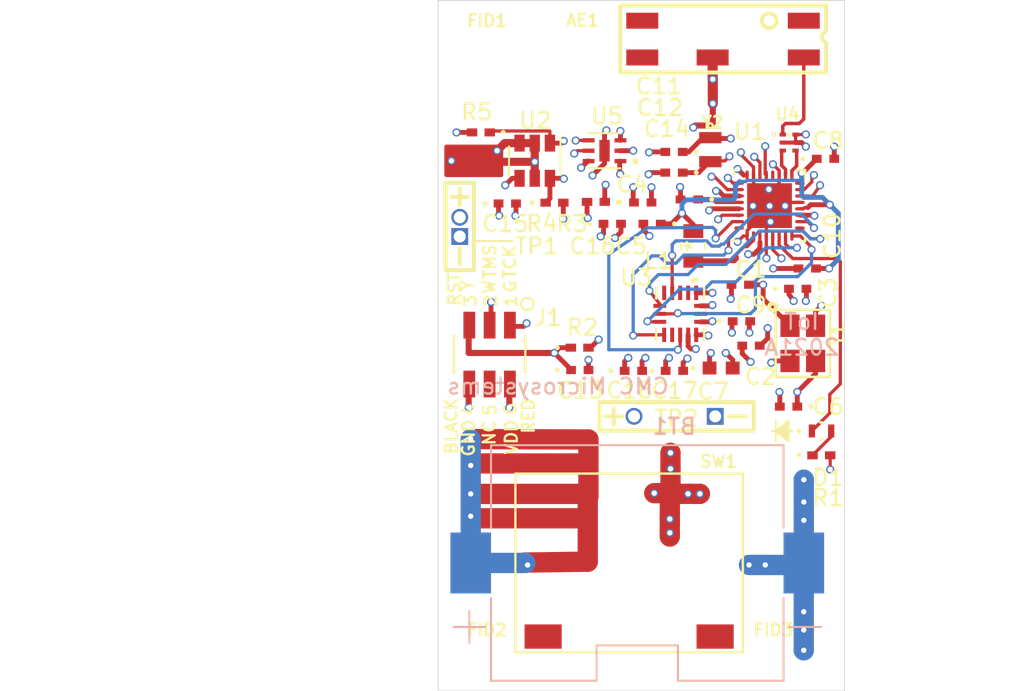
<source format=kicad_pcb>
(kicad_pcb (version 20171130) (host pcbnew "(5.1.9)-1")
  (layers (0 F.Cu signal) (1 F.GND power) (2 F.BATT power) (3 In3.Cu signal) (4 B.GND power) (31 B.Cu signal) (34 B.Paste user) (35 F.Paste user) (36 B.SilkS user) (37 F.SilkS user) (38 B.Mask user) (39 F.Mask user) (44 Edge.Cuts user))
  (net 0 "")
  (net 1 "Net-(AE1-Pad1)")
  (net 2 /AE_FEED)
  (net 3 GND)
  (net 4 "Net-(AE1-Pad4)")
  (net 5 "Net-(AE1-Pad5)")
  (net 6 /BATT_SW_In)
  (net 7 /X24M_N)
  (net 8 /X24M_P)
  (net 9 +BATT)
  (net 10 "Net-(C10-Pad1)")
  (net 11 /X32K_Q1)
  (net 12 /X32K_Q2)
  (net 13 "Net-(C13-Pad1)")
  (net 14 "Net-(C14-Pad1)")
  (net 15 "Net-(D1-Pad1)")
  (net 16 "Net-(D1-Pad2)")
  (net 17 "Net-(J1-Pad1)")
  (net 18 "Net-(J1-Pad2)")
  (net 19 "Net-(J1-Pad5)")
  (net 20 "Net-(L1-Pad1)")
  (net 21 "Net-(R3-Pad1)")
  (net 22 "Net-(R4-Pad1)")
  (net 23 "Net-(R5-Pad1)")
  (net 24 /BALUN_Port_B)
  (net 25 /BALUN_Port_A)
  (net 26 "Net-(U1-Pad4)")
  (net 27 "Net-(U1-Pad15)")
  (net 28 "Net-(U1-Pad16)")
  (net 29 "Net-(U1-Pad23)")
  (net 30 "Net-(U1-Pad24)")
  (net 31 "Net-(U1-Pad25)")
  (net 32 "Net-(U1-Pad26)")
  (net 33 "Net-(U3-Pad2)")
  (net 34 "Net-(U3-Pad3)")
  (net 35 "Net-(U3-Pad5)")
  (net 36 "Net-(U3-Pad10)")
  (net 37 "Net-(U3-Pad15)")
  (net 38 "Net-(SW1-PadM2)")
  (net 39 "Net-(SW1-PadM1)")
  (module library_IoT_footprints:FLE-103-01-G-DV (layer F.Cu) (at 20.8788 51.8922 180)
    (fp_text reference J1 (at -11.3792 6.6548) (layer F.SilkS))
    (fp_text value CON6_2X3_UF_FLE_SAI)
    (fp_text user W (at -7.6962 8.5852 90) (layer F.SilkS) (effects (font (size 0.75 0.75))))
    (fp_text user Y (at -6.3754 8.6614 90) (layer F.SilkS) (effects (font (size 0.75 0.75))))
    (fp_text user G (at -9.017 8.6106 90) (layer F.SilkS) (effects (font (size 0.75 0.75))))
    (fp_text user BLACK (at -5.334 -0.127 90) (layer F.SilkS) (effects (font (size 0.75 0.75))))
    (fp_text user RED (at -10.16 0.508 90) (layer F.SilkS) (effects (font (size 0.75 0.75))))
    (fp_text user RST (at -5.5372 8.4328 90) (layer F.SilkS) (effects (font (size 0.75 0.75))))
    (fp_text user TMS (at -7.747 10.16 90) (layer F.SilkS) (effects (font (size 0.75 0.75))))
    (fp_text user TCK (at -8.9916 10.1346 90) (layer F.SilkS) (effects (font (size 0.75 0.75))))
    (fp_text user VDD (at -9.0932 -0.8128 90) (layer F.SilkS) (effects (font (size 0.75 0.75))))
    (fp_text user NC (at -7.7089 -0.5461 90) (layer F.SilkS) (effects (font (size 0.75 0.75))))
    (fp_text user GND (at -6.4135 -0.8763 90) (layer F.SilkS) (effects (font (size 0.75 0.75))))
    (fp_text user 5 (at -7.7597 0.889 90) (layer F.SilkS) (effects (font (size 0.75 0.75))))
    (fp_text user 2 (at -7.8105 7.7089 90) (layer F.SilkS) (effects (font (size 0.75 0.75))))
    (fp_text user 1 (at -9.0551 7.6708 90) (layer F.SilkS) (effects (font (size 0.75 0.75))))
    (fp_text user 6 (at -9.017 0.9652 90) (layer F.SilkS) (effects (font (size 0.75 0.75))))
    (fp_text user 4 (at -6.4516 0.9144 90) (layer F.SilkS) (effects (font (size 0.75 0.75))))
    (fp_text user 3 (at -6.5278 7.7089 90) (layer F.SilkS) (effects (font (size 0.75 0.75))))
    (pad 3 smd rect (at -6.4643 6.1849 180) (size 0.7366 1.6764) (layers F.Cu F.Paste F.Mask) (net 13 "Net-(C13-Pad1)"))
    (pad 4 smd rect (at -6.4643 2.5019 180) (size 0.7366 1.6764) (layers F.Cu F.Paste F.Mask) (net 3 GND))
    (pad 2 smd rect (at -7.7343 6.1849 180) (size 0.7366 1.6764) (layers F.Cu F.Paste F.Mask) (net 18 "Net-(J1-Pad2)"))
    (pad 5 smd rect (at -7.7343 2.5019 180) (size 0.7366 1.6764) (layers F.Cu F.Paste F.Mask) (net 19 "Net-(J1-Pad5)"))
    (pad 1 smd rect (at -9.0043 6.1849 180) (size 0.7366 1.6764) (layers F.Cu F.Paste F.Mask) (net 17 "Net-(J1-Pad1)"))
    (pad 6 smd rect (at -9.0043 2.5019 180) (size 0.7366 1.6764) (layers F.Cu F.Paste F.Mask) (net 9 +BATT))
  )
  (module library_IoT_footprints:TP_200m (layer F.Cu) (at 37.6428 51.4096)
    (fp_text reference TP2 (at 2.667 0.127) (layer F.SilkS))
    (fp_text value TP_200m)
    (pad 2 thru_hole rect (at 5.08 0) (size 1.05 1.05) (drill 0.75) (layers *.Cu *.Mask) (net 3 GND) (clearance 0.0127))
    (pad 1 thru_hole circle (at 0 0) (size 1.05 1.05) (drill 0.75) (layers *.Cu *.Mask) (net 9 +BATT) (clearance 0.0127))
  )
  (module library_IoT_footprints:TP_R (layer F.Cu) (at 26.7462 38.9636 270)
    (fp_text reference TP1 (at 1.8034 -4.8133 180) (layer F.SilkS))
    (fp_text value TP_R)
    (pad 2 thru_hole rect (at 1.2 0 270) (size 1.05 1.05) (drill 0.75) (layers *.Cu *.Mask) (net 3 GND) (clearance 0.0127))
    (pad 1 thru_hole circle (at 0 0 270) (size 1.05 1.05) (drill 0.75) (layers *.Cu *.Mask) (net 9 +BATT) (clearance 0.0127))
  )
  (module library_IoT_footprints:FID_45mil_NPTH (layer F.Cu) (at 45.847 66.04)
    (fp_text reference FID3 (at 0.508 -1.27) (layer F.SilkS) (effects (font (size 0.75 0.75))))
    (fp_text value Fiducial hide)
    (pad "" np_thru_hole circle (at 0 0) (size 1.15 1.15) (drill 1.15) (layers *.Cu *.Mask) (clearance 0.127))
  )
  (module library_IoT_footprints:FID_45mil_NPTH (layer F.Cu) (at 27.94 66.04)
    (fp_text reference FID2 (at 0.508 -1.27) (layer F.SilkS) (effects (font (size 0.75 0.75))))
    (fp_text value Fiducial hide)
    (pad "" np_thru_hole circle (at 0 0) (size 1.15 1.15) (drill 1.15) (layers *.Cu *.Mask) (clearance 0.127))
  )
  (module library_IoT_footprints:FID_45mil_NPTH (layer F.Cu) (at 27.94 27.94)
    (fp_text reference FID1 (at 0.508 -1.27) (layer F.SilkS) (effects (font (size 0.75 0.75))))
    (fp_text value Fiducial hide)
    (pad "" np_thru_hole circle (at 0 0) (size 1.15 1.15) (drill 1.15) (layers *.Cu *.Mask) (clearance 0.127))
  )
  (module library_IoT_footprints:NX3225SA_STD_CSR (layer F.Cu) (at 48.1966 46.8454 270)
    (fp_text reference Y1 (at -0.54 -2.18 90) (layer F.SilkS) (effects (font (size 0.75 0.75))))
    (fp_text value NX3225SA-24.000M-STD-CSR-1)
    (pad 4 smd rect (at -1.1 -0.8 270) (size 1.4 1.2) (layers F.Cu F.Paste F.Mask) (net 3 GND))
    (pad 3 smd rect (at 1.1 -0.8 270) (size 1.4 1.2) (layers F.Cu F.Paste F.Mask) (net 8 /X24M_P))
    (pad 2 smd rect (at 1.1 0.8 270) (size 1.4 1.2) (layers F.Cu F.Paste F.Mask) (net 3 GND))
    (pad 1 smd rect (at -1.1 0.8 270) (size 1.4 1.2) (layers F.Cu F.Paste F.Mask) (net 7 /X24M_N))
  )
  (module library_IoT_footprints:ERJ-2GEJ104X (layer F.Cu) (at 34.245201 47.117)
    (fp_text reference R2 (at 0.171799 -1.27) (layer F.SilkS))
    (fp_text value ERJ-2GEJ104X)
    (pad 2 smd rect (at 0.552799 0) (size 0.655599 0.499999) (layers F.Cu F.Paste F.Mask) (net 9 +BATT))
    (pad 1 smd rect (at -0.552799 0) (size 0.655599 0.499999) (layers F.Cu F.Paste F.Mask) (net 13 "Net-(C13-Pad1)"))
  )
  (module library_IoT_footprints:OPT3002DNPT_6_USON_SON65P200X200X65-7N (layer F.Cu) (at 35.8 34.8 180)
    (fp_text reference U5 (at -0.141 2.161) (layer F.SilkS))
    (fp_text value OPT3002_DNPT hide)
    (pad 7 smd rect (at 0 0 180) (size 0.65 1.35) (layers F.Cu F.Mask) (net 3 GND))
    (pad 6 smd rect (at 0.995 -0.65 180) (size 0.74 0.27) (layers F.Cu F.Paste F.Mask) (net 22 "Net-(R4-Pad1)"))
    (pad 5 smd rect (at 0.995 0 180) (size 0.74 0.27) (layers F.Cu F.Paste F.Mask) (net 21 "Net-(R3-Pad1)"))
    (pad 4 smd rect (at 0.995 0.65 180) (size 0.74 0.27) (layers F.Cu F.Paste F.Mask) (net 23 "Net-(R5-Pad1)"))
    (pad 3 smd rect (at -0.995 0.65 180) (size 0.74 0.27) (layers F.Cu F.Paste F.Mask) (net 3 GND))
    (pad 2 smd rect (at -0.995 0 180) (size 0.74 0.27) (layers F.Cu F.Paste F.Mask) (net 3 GND))
    (pad 1 smd rect (at -0.995 -0.65 180) (size 0.74 0.27) (layers F.Cu F.Paste F.Mask) (net 9 +BATT))
  )
  (module library_IoT_footprints:Murata_SMD_6_balun (layer F.Cu) (at 47.3456 34.29 90)
    (fp_text reference U4 (at 1.778 -0.1016 180) (layer F.SilkS) (effects (font (size 0.75 0.75))))
    (fp_text value LFB182G45BG5D920)
    (pad 1 smd rect (at 0.5 -0.4 90) (size 0.25 0.4) (layers F.Cu F.Paste F.Mask) (net 2 /AE_FEED))
    (pad 2 smd rect (at 0 -0.4 90) (size 0.25 0.4) (layers F.Cu F.Paste F.Mask) (net 3 GND))
    (pad 3 smd rect (at -0.5 -0.4 90) (size 0.25 0.4) (layers F.Cu F.Paste F.Mask) (net 25 /BALUN_Port_A))
    (pad 4 smd rect (at -0.5 0.4 90) (size 0.25 0.4) (layers F.Cu F.Paste F.Mask) (net 24 /BALUN_Port_B))
    (pad 6 smd rect (at 0.5 0.4 90) (size 0.25 0.4) (layers F.Cu F.Paste F.Mask) (net 3 GND))
    (pad 5 smd rect (at 0 0.4 90) (size 0.25 0.4) (layers F.Cu F.Paste F.Mask) (net 3 GND))
  )
  (module library_IoT_footprints:SC20S_7PF20PPM_footprint (layer F.Cu) (at 42.418 34.7345 270)
    (fp_text reference Y2 (at -1.7145 -0.127 180) (layer F.SilkS) (effects (font (size 0.75 0.75))))
    (fp_text value SC20S-7PF20PPM)
    (pad 1 smd rect (at -0.75 0 270) (size 0.7 1.4) (layers F.Cu F.Paste F.Mask) (net 11 /X32K_Q1))
    (pad 2 smd rect (at 0.75 0 270) (size 0.7 1.4) (layers F.Cu F.Paste F.Mask) (net 12 /X32K_Q2))
  )
  (module Package_TO_SOT_SMD:SOT-23-6 (layer F.Cu) (at 31.435 35.4252 270)
    (fp_text reference U2 (at -2.5068 -0.0356 180) (layer F.SilkS))
    (fp_text value TMP100NA/3KG4)
    (pad 5 smd rect (at 1.1 0 270) (size 1.06 0.65) (layers F.Cu F.Paste F.Mask) (net 3 GND))
    (pad 6 smd rect (at 1.1 -0.95 270) (size 1.06 0.65) (layers F.Cu F.Paste F.Mask) (net 22 "Net-(R4-Pad1)"))
    (pad 4 smd rect (at 1.1 0.95 270) (size 1.06 0.65) (layers F.Cu F.Paste F.Mask) (net 9 +BATT))
    (pad 3 smd rect (at -1.1 0.95 270) (size 1.06 0.65) (layers F.Cu F.Paste F.Mask) (net 3 GND))
    (pad 2 smd rect (at -1.1 0 270) (size 1.06 0.65) (layers F.Cu F.Paste F.Mask) (net 3 GND))
    (pad 1 smd rect (at -1.1 -0.95 270) (size 1.06 0.65) (layers F.Cu F.Paste F.Mask) (net 23 "Net-(R5-Pad1)"))
  )
  (module library_IoT_footprints:SPST_ES02MSABE_jm (layer F.Cu) (at 34.798 56.261 180)
    (fp_text reference SW1 (at -8.128 2.032) (layer F.SilkS) (effects (font (size 0.75 0.75))))
    (fp_text value ES02MSABE)
    (pad M2 smd rect (at -7.9175 -8.92 180) (size 2.325 1.52) (layers F.Cu F.Paste F.Mask) (net 38 "Net-(SW1-PadM2)"))
    (pad M1 smd rect (at 2.8375 -8.92 180) (size 2.325 1.52) (layers F.Cu F.Paste F.Mask) (net 39 "Net-(SW1-PadM1)"))
    (pad 3 smd rect (at -5.08 0 180) (size 0.89 2.08) (layers F.Cu F.Paste F.Mask) (net 9 +BATT))
    (pad 1 smd rect (at 0 0 180) (size 0.89 2.08) (layers F.Cu F.Paste F.Mask) (net 6 /BATT_SW_In))
  )
  (module library_IoT_footprints:CC2640F128RSMT (layer F.Cu) (at 46.116999 38.232001 270)
    (fp_text reference U1 (at -4.627801 1.235199 180) (layer F.SilkS))
    (fp_text value CC2640F128RSMT)
    (pad 33 smd rect (at 0.000003 0 270) (size 2.799999 2.799999) (layers F.Cu F.Paste F.Mask) (net 3 GND))
    (pad 32 smd oval (at -1.4 -1.899999 270) (size 0.2 0.599999) (layers F.Cu F.Paste F.Mask) (net 10 "Net-(C10-Pad1)"))
    (pad 31 smd oval (at -0.999998 -1.899999 270) (size 0.2 0.599999) (layers F.Cu F.Paste F.Mask) (net 8 /X24M_P))
    (pad 30 smd oval (at -0.599999 -1.899999 270) (size 0.2 0.599999) (layers F.Cu F.Paste F.Mask) (net 7 /X24M_N))
    (pad 29 smd oval (at -0.2 -1.899999 270) (size 0.2 0.599999) (layers F.Cu F.Paste F.Mask) (net 3 GND))
    (pad 28 smd oval (at 0.200002 -1.899999 270) (size 0.2 0.599999) (layers F.Cu F.Paste F.Mask) (net 10 "Net-(C10-Pad1)"))
    (pad 27 smd oval (at 0.600001 -1.899999 270) (size 0.2 0.599999) (layers F.Cu F.Paste F.Mask) (net 9 +BATT))
    (pad 26 smd oval (at 1.000001 -1.899999 270) (size 0.2 0.599999) (layers F.Cu F.Paste F.Mask) (net 32 "Net-(U1-Pad26)"))
    (pad 25 smd oval (at 1.400002 -1.899999 270) (size 0.2 0.599999) (layers F.Cu F.Paste F.Mask) (net 31 "Net-(U1-Pad25)"))
    (pad 24 smd oval (at 1.899999 -1.400002) (size 0.2 0.599999) (layers F.Cu F.Paste F.Mask) (net 30 "Net-(U1-Pad24)"))
    (pad 23 smd oval (at 1.899999 -1.000001) (size 0.2 0.599999) (layers F.Cu F.Paste F.Mask) (net 29 "Net-(U1-Pad23)"))
    (pad 22 smd oval (at 1.899999 -0.600001) (size 0.2 0.599999) (layers F.Cu F.Paste F.Mask) (net 15 "Net-(D1-Pad1)"))
    (pad 21 smd oval (at 1.899999 -0.200002) (size 0.2 0.599999) (layers F.Cu F.Paste F.Mask) (net 13 "Net-(C13-Pad1)"))
    (pad 20 smd oval (at 1.899999 0.2) (size 0.2 0.599999) (layers F.Cu F.Paste F.Mask) (net 3 GND))
    (pad 19 smd oval (at 1.899999 0.599999) (size 0.2 0.599999) (layers F.Cu F.Paste F.Mask) (net 9 +BATT))
    (pad 18 smd oval (at 1.899999 0.999998) (size 0.2 0.599999) (layers F.Cu F.Paste F.Mask) (net 20 "Net-(L1-Pad1)"))
    (pad 17 smd oval (at 1.899999 1.4) (size 0.2 0.599999) (layers F.Cu F.Paste F.Mask) (net 3 GND))
    (pad 16 smd oval (at 1.400002 1.899999 270) (size 0.2 0.599999) (layers F.Cu F.Paste F.Mask) (net 28 "Net-(U1-Pad16)"))
    (pad 15 smd oval (at 1.000001 1.899999 270) (size 0.2 0.599999) (layers F.Cu F.Paste F.Mask) (net 27 "Net-(U1-Pad15)"))
    (pad 14 smd oval (at 0.600001 1.899999 270) (size 0.2 0.599999) (layers F.Cu F.Paste F.Mask) (net 17 "Net-(J1-Pad1)"))
    (pad 13 smd oval (at 0.200002 1.899999 270) (size 0.2 0.599999) (layers F.Cu F.Paste F.Mask) (net 18 "Net-(J1-Pad2)"))
    (pad 12 smd oval (at -0.2 1.899999 270) (size 0.2 0.599999) (layers F.Cu F.Paste F.Mask) (net 14 "Net-(C14-Pad1)"))
    (pad 11 smd oval (at -0.599999 1.899999 270) (size 0.2 0.599999) (layers F.Cu F.Paste F.Mask) (net 9 +BATT))
    (pad 10 smd oval (at -0.999998 1.899999 270) (size 0.2 0.599999) (layers F.Cu F.Paste F.Mask) (net 21 "Net-(R3-Pad1)"))
    (pad 9 smd oval (at -1.4 1.899999 270) (size 0.2 0.599999) (layers F.Cu F.Paste F.Mask) (net 22 "Net-(R4-Pad1)"))
    (pad 8 smd oval (at -1.899999 1.4) (size 0.2 0.599999) (layers F.Cu F.Paste F.Mask) (net 23 "Net-(R5-Pad1)"))
    (pad 7 smd oval (at -1.899999 0.999998) (size 0.2 0.599999) (layers F.Cu F.Paste F.Mask) (net 3 GND))
    (pad 6 smd oval (at -1.899999 0.599999) (size 0.2 0.599999) (layers F.Cu F.Paste F.Mask) (net 12 /X32K_Q2))
    (pad 5 smd oval (at -1.899999 0.2) (size 0.2 0.599999) (layers F.Cu F.Paste F.Mask) (net 11 /X32K_Q1))
    (pad 4 smd oval (at -1.899999 -0.200002) (size 0.2 0.599999) (layers F.Cu F.Paste F.Mask) (net 26 "Net-(U1-Pad4)"))
    (pad 3 smd oval (at -1.899999 -0.600001) (size 0.2 0.599999) (layers F.Cu F.Paste F.Mask) (net 3 GND))
    (pad 2 smd oval (at -1.899999 -1.000001) (size 0.2 0.599999) (layers F.Cu F.Paste F.Mask) (net 25 /BALUN_Port_A))
    (pad 1 smd oval (at -1.899999 -1.400002) (size 0.2 0.599999) (layers F.Cu F.Paste F.Mask) (net 24 /BALUN_Port_B))
  )
  (module library_IoT_footprints:RUFA_A5887H_right (layer F.Cu) (at 48.26 26.67)
    (fp_text reference AE1 (at -13.843 -0.0254) (layer F.SilkS) (effects (font (size 0.75 0.75))))
    (fp_text value A5887H)
    (pad 5 smd rect (at -10.1 0) (size 2 1) (layers F.Cu F.Paste F.Mask) (net 5 "Net-(AE1-Pad5)") (clearance 0.127))
    (pad 4 smd rect (at -10.1 2.3) (size 2 1) (layers F.Cu F.Paste F.Mask) (net 4 "Net-(AE1-Pad4)") (clearance 0.127))
    (pad 3 smd rect (at -5.7 2.3) (size 2 1) (layers F.Cu F.Paste F.Mask) (net 3 GND) (clearance 0.127))
    (pad 2 smd rect (at 0 2.3) (size 2 1) (layers F.Cu F.Paste F.Mask) (net 2 /AE_FEED) (clearance 0.127))
    (pad 1 smd rect (at 0 0) (size 2 1) (layers F.Cu F.Paste F.Mask) (net 1 "Net-(AE1-Pad1)") (clearance 0.127))
  )
  (module library_IoT_footprints:BAT_BHSD-1225-SM (layer B.Cu) (at 37.847 60.579)
    (fp_text reference BT1 (at 2.3104 -8.5344) (layer B.SilkS) (effects (font (thickness 0.1524)) (justify mirror)))
    (fp_text value BHSD-1225-SM)
    (pad - smd rect (at 10.415 0) (size 2.54 3.81) (layers B.Cu B.Paste B.Mask) (net 3 GND))
    (pad + smd rect (at -10.415 0) (size 2.54 3.81) (layers B.Cu B.Paste B.Mask) (net 6 /BATT_SW_In))
  )
  (module library_IoT_footprints:GRM155R70J104KA01D (layer F.Cu) (at 44.2849 43.18 180)
    (fp_text reference C1 (at -0.6731 0.9652) (layer F.SilkS))
    (fp_text value GRM155R70J104KA01D_DNP)
    (pad 2 smd rect (at 0.5461 0 180) (size 0.6096 0.508) (layers F.Cu F.Paste F.Mask) (net 3 GND))
    (pad 1 smd rect (at -0.5461 0 180) (size 0.6096 0.508) (layers F.Cu F.Paste F.Mask) (net 7 /X24M_N))
  )
  (module library_IoT_footprints:GRM155R70J104KA01D (layer F.Cu) (at 44.958 46.99 180)
    (fp_text reference C2 (at -0.5842 -1.9304) (layer F.SilkS))
    (fp_text value GRM155R70J104KA01D_DNP)
    (pad 2 smd rect (at 0.5461 0 180) (size 0.6096 0.508) (layers F.Cu F.Paste F.Mask) (net 8 /X24M_P))
    (pad 1 smd rect (at -0.5461 0 180) (size 0.6096 0.508) (layers F.Cu F.Paste F.Mask) (net 7 /X24M_N))
  )
  (module library_IoT_footprints:GRM155R70J104KA01D (layer F.Cu) (at 47.879 43.434)
    (fp_text reference C3 (at 1.905 0.254 270) (layer F.SilkS))
    (fp_text value GRM155R70J104KA01D)
    (pad 2 smd rect (at 0.5461 0) (size 0.6096 0.508) (layers F.Cu F.Paste F.Mask) (net 3 GND))
    (pad 1 smd rect (at -0.5461 0) (size 0.6096 0.508) (layers F.Cu F.Paste F.Mask) (net 9 +BATT))
  )
  (module library_IoT_footprints:GRM155R70J104KA01D (layer F.Cu) (at 38.1889 38.0365)
    (fp_text reference C4 (at -0.6604 -1.143) (layer F.SilkS))
    (fp_text value GRM155R70J104KA01D)
    (pad 2 smd rect (at 0.5461 0) (size 0.6096 0.508) (layers F.Cu F.Paste F.Mask) (net 3 GND))
    (pad 1 smd rect (at -0.5461 0) (size 0.6096 0.508) (layers F.Cu F.Paste F.Mask) (net 9 +BATT))
  )
  (module library_IoT_footprints:GRM155R70J104KA01D (layer F.Cu) (at 38.7731 39.37 180)
    (fp_text reference C5 (at 1.3081 -1.397) (layer F.SilkS))
    (fp_text value GRM155R70J104KA01D)
    (pad 2 smd rect (at 0.5461 0 180) (size 0.6096 0.508) (layers F.Cu F.Paste F.Mask) (net 3 GND))
    (pad 1 smd rect (at -0.5461 0 180) (size 0.6096 0.508) (layers F.Cu F.Paste F.Mask) (net 10 "Net-(C10-Pad1)"))
  )
  (module library_IoT_footprints:GRM155R70J104KA01D (layer F.Cu) (at 47.3075 50.8 180)
    (fp_text reference C6 (at -2.4765 0) (layer F.SilkS))
    (fp_text value GRM155R70J104KA01D_DNP)
    (pad 2 smd rect (at 0.5461 0 180) (size 0.6096 0.508) (layers F.Cu F.Paste F.Mask) (net 3 GND))
    (pad 1 smd rect (at -0.5461 0 180) (size 0.6096 0.508) (layers F.Cu F.Paste F.Mask) (net 8 /X24M_P))
  )
  (module library_IoT_footprints:GRM188R60J106ME47D (layer F.Cu) (at 43.0911 48.387)
    (fp_text reference C7 (at -0.4953 1.4732) (layer F.SilkS))
    (fp_text value GRM188R60J106ME47D)
    (pad 2 smd rect (at 0.7239 0) (size 0.8636 0.8128) (layers F.Cu F.Paste F.Mask) (net 3 GND))
    (pad 1 smd rect (at -0.7239 0) (size 0.8636 0.8128) (layers F.Cu F.Paste F.Mask) (net 9 +BATT))
  )
  (module library_IoT_footprints:GRM155R70J104KA01D (layer F.Cu) (at 49.6189 35.306)
    (fp_text reference C8 (at 0.1651 -1.143) (layer F.SilkS))
    (fp_text value GRM155R70J104KA01D)
    (pad 2 smd rect (at 0.5461 0) (size 0.6096 0.508) (layers F.Cu F.Paste F.Mask) (net 3 GND))
    (pad 1 smd rect (at -0.5461 0) (size 0.6096 0.508) (layers F.Cu F.Paste F.Mask) (net 10 "Net-(C10-Pad1)"))
  )
  (module library_IoT_footprints:GRM155R70J104KA01D (layer F.Cu) (at 44.3611 45.466)
    (fp_text reference C9 (at 0.5969 -1.016) (layer F.SilkS))
    (fp_text value GRM155R70J104KA01D)
    (pad 2 smd rect (at 0.5461 0) (size 0.6096 0.508) (layers F.Cu F.Paste F.Mask) (net 3 GND))
    (pad 1 smd rect (at -0.5461 0) (size 0.6096 0.508) (layers F.Cu F.Paste F.Mask) (net 9 +BATT))
  )
  (module library_IoT_footprints:GRM155R70J104KA01D (layer F.Cu) (at 48.4759 42.164 180)
    (fp_text reference C10 (at -1.5621 2.032 90) (layer F.SilkS))
    (fp_text value GRM155R70J104KA01D)
    (pad 2 smd rect (at 0.5461 0 180) (size 0.6096 0.508) (layers F.Cu F.Paste F.Mask) (net 3 GND))
    (pad 1 smd rect (at -0.5461 0 180) (size 0.6096 0.508) (layers F.Cu F.Paste F.Mask) (net 10 "Net-(C10-Pad1)"))
  )
  (module library_IoT_footprints:GRM1555C1H7R0BA01D (layer F.Cu) (at 40.1447 34.8742 180)
    (fp_text reference C11 (at 0.9525 4.1148) (layer F.SilkS))
    (fp_text value GRM1555C1H7R0BA01D)
    (pad 2 smd rect (at 0.5461 0 180) (size 0.6096 0.508) (layers F.Cu F.Paste F.Mask) (net 3 GND))
    (pad 1 smd rect (at -0.5461 0 180) (size 0.6096 0.508) (layers F.Cu F.Paste F.Mask) (net 11 /X32K_Q1))
  )
  (module library_IoT_footprints:GRM1555C1H7R0BA01D (layer F.Cu) (at 40.1447 36.1696 180)
    (fp_text reference C12 (at 0.8763 4.064) (layer F.SilkS))
    (fp_text value GRM1555C1H7R0BA01D)
    (pad 2 smd rect (at 0.5461 0 180) (size 0.6096 0.508) (layers F.Cu F.Paste F.Mask) (net 3 GND))
    (pad 1 smd rect (at -0.5461 0 180) (size 0.6096 0.508) (layers F.Cu F.Paste F.Mask) (net 12 /X32K_Q2))
  )
  (module library_IoT_footprints:GRM155R70J104KA01D (layer F.Cu) (at 34.2519 48.514)
    (fp_text reference C13 (at 0.0381 1.27) (layer F.SilkS))
    (fp_text value GRM155R70J104KA01D)
    (pad 2 smd rect (at 0.5461 0) (size 0.6096 0.508) (layers F.Cu F.Paste F.Mask) (net 3 GND))
    (pad 1 smd rect (at -0.5461 0) (size 0.6096 0.508) (layers F.Cu F.Paste F.Mask) (net 13 "Net-(C13-Pad1)"))
  )
  (module library_IoT_footprints:CL05A105KO5NNNC (layer F.Cu) (at 41.1032 37.846 180)
    (fp_text reference C14 (at 1.403 4.4196) (layer F.SilkS))
    (fp_text value CL05A105KO5NNNC hide)
    (pad 2 smd rect (at 0.5528 0 180) (size 0.6056 0.5) (layers F.Cu F.Paste F.Mask) (net 3 GND))
    (pad 1 smd rect (at -0.5528 0 180) (size 0.6056 0.5) (layers F.Cu F.Paste F.Mask) (net 14 "Net-(C14-Pad1)"))
  )
  (module library_IoT_footprints:GRM155R70J104KA01D (layer F.Cu) (at 29.718 38.1)
    (fp_text reference C15 (at -0.127 1.27) (layer F.SilkS))
    (fp_text value GRM155R70J104KA01D)
    (pad 2 smd rect (at 0.5461 0) (size 0.6096 0.508) (layers F.Cu F.Paste F.Mask) (net 3 GND))
    (pad 1 smd rect (at -0.5461 0) (size 0.6096 0.508) (layers F.Cu F.Paste F.Mask) (net 9 +BATT))
  )
  (module library_IoT_footprints:GRM155R70J104KA01D (layer F.Cu) (at 36.2839 39.37)
    (fp_text reference C16 (at -1.2319 1.397) (layer F.SilkS))
    (fp_text value GRM155R70J104KA01D)
    (pad 2 smd rect (at 0.5461 0) (size 0.6096 0.508) (layers F.Cu F.Paste F.Mask) (net 3 GND))
    (pad 1 smd rect (at -0.5461 0) (size 0.6096 0.508) (layers F.Cu F.Paste F.Mask) (net 9 +BATT))
  )
  (module library_IoT_footprints:GRM155R70J104KA01D (layer F.Cu) (at 40.1701 48.5648)
    (fp_text reference C17 (at 0.0127 1.2446) (layer F.SilkS))
    (fp_text value GRM155R70J104KA01D)
    (pad 2 smd rect (at 0.5461 0) (size 0.6096 0.508) (layers F.Cu F.Paste F.Mask) (net 3 GND))
    (pad 1 smd rect (at -0.5461 0) (size 0.6096 0.508) (layers F.Cu F.Paste F.Mask) (net 9 +BATT))
  )
  (module library_IoT_footprints:GRM155R70J104KA01D (layer F.Cu) (at 37.6047 48.5648)
    (fp_text reference C18 (at -0.2413 1.2192) (layer F.SilkS))
    (fp_text value GRM155R70J104KA01D)
    (pad 2 smd rect (at 0.5461 0) (size 0.6096 0.508) (layers F.Cu F.Paste F.Mask) (net 3 GND))
    (pad 1 smd rect (at -0.5461 0) (size 0.6096 0.508) (layers F.Cu F.Paste F.Mask) (net 9 +BATT))
  )
  (module library_IoT_footprints:SMLE12WBC7W1 (layer F.Cu) (at 49.37125 52.324)
    (fp_text reference D1 (at 0.41275 2.921) (layer F.SilkS))
    (fp_text value SMLE12WBC7W1)
    (pad 2 smd rect (at 0.60325 0) (size 0.3937 0.8128) (layers F.Cu F.Paste F.Mask) (net 16 "Net-(D1-Pad2)"))
    (pad 1 smd rect (at -0.60325 0) (size 0.3937 0.8128) (layers F.Cu F.Paste F.Mask) (net 15 "Net-(D1-Pad1)"))
  )
  (module library_IoT_footprints:CKS2125100M-T (layer F.Cu) (at 41.3512 40.7543 90)
    (fp_text reference L1 (at -0.9271 -2.1844 180) (layer F.SilkS))
    (fp_text value CKS2125100M-T)
    (fp_text user * (at 0 0 90) (layer F.SilkS))
    (pad 2 smd rect (at 0.9271 0 90) (size 0.8636 1.2446) (layers F.Cu F.Paste F.Mask) (net 10 "Net-(C10-Pad1)"))
    (pad 1 smd rect (at -0.9271 0 90) (size 0.8636 1.2446) (layers F.Cu F.Paste F.Mask) (net 20 "Net-(L1-Pad1)"))
  )
  (module library_IoT_footprints:ERJ-2RKF1001X (layer F.Cu) (at 49.358201 53.848)
    (fp_text reference R1 (at 0.425799 2.667) (layer F.SilkS))
    (fp_text value ERJ-2RKF1001X)
    (pad 2 smd rect (at 0.552799 0) (size 0.655599 0.499999) (layers F.Cu F.Paste F.Mask) (net 9 +BATT))
    (pad 1 smd rect (at -0.552799 0) (size 0.655599 0.499999) (layers F.Cu F.Paste F.Mask) (net 16 "Net-(D1-Pad2)"))
  )
  (module library_IoT_footprints:ERJ-2GEJ103X (layer F.Cu) (at 35.261201 37.9984 180)
    (fp_text reference R3 (at 1.479201 -1.3716) (layer F.SilkS))
    (fp_text value ERJ-2GEJ103X)
    (pad 2 smd rect (at 0.552799 0 180) (size 0.655599 0.499999) (layers F.Cu F.Paste F.Mask) (net 9 +BATT))
    (pad 1 smd rect (at -0.552799 0 180) (size 0.655599 0.499999) (layers F.Cu F.Paste F.Mask) (net 21 "Net-(R3-Pad1)"))
  )
  (module library_IoT_footprints:ERJ-2GEJ103X (layer F.Cu) (at 32.670401 38.0492)
    (fp_text reference R4 (at -0.793401 1.2954) (layer F.SilkS))
    (fp_text value ERJ-2GEJ103X)
    (pad 2 smd rect (at 0.552799 0) (size 0.655599 0.499999) (layers F.Cu F.Paste F.Mask) (net 9 +BATT))
    (pad 1 smd rect (at -0.552799 0) (size 0.655599 0.499999) (layers F.Cu F.Paste F.Mask) (net 22 "Net-(R4-Pad1)"))
  )
  (module library_IoT_footprints:ERJ-2GEJ103X (layer F.Cu) (at 28.067 33.655 180)
    (fp_text reference R5 (at 0.254 1.27) (layer F.SilkS))
    (fp_text value ERJ-2GEJ103X)
    (pad 2 smd rect (at 0.552799 0 180) (size 0.655599 0.499999) (layers F.Cu F.Paste F.Mask) (net 9 +BATT))
    (pad 1 smd rect (at -0.552799 0 180) (size 0.655599 0.499999) (layers F.Cu F.Paste F.Mask) (net 23 "Net-(R5-Pad1)"))
  )
  (module library_IoT_footprints:ADXL362BCCZ-RL7 (layer F.Cu) (at 40.528748 45.000545 270)
    (fp_text reference U3 (at -2.277745 2.733548 180) (layer F.SilkS))
    (fp_text value ADXL362BCCZ-RL7)
    (pad 16 smd rect (at -0.500126 -1.274953 270) (size 0.249936 0.8) (layers F.Cu F.Paste F.Mask) (net 3 GND))
    (pad 15 smd rect (at 0 -1.274953 270) (size 0.249936 0.8) (layers F.Cu F.Paste F.Mask) (net 37 "Net-(U3-Pad15)"))
    (pad 14 smd rect (at 0.500126 -1.274953 270) (size 0.249936 0.8) (layers F.Cu F.Paste F.Mask) (net 9 +BATT))
    (pad 13 smd rect (at 1.312545 -1.000252 270) (size 0.9 0.249936) (layers F.Cu F.Paste F.Mask) (net 3 GND))
    (pad 12 smd rect (at 1.312545 -0.500126 270) (size 0.9 0.249936) (layers F.Cu F.Paste F.Mask) (net 3 GND))
    (pad 11 smd rect (at 1.312545 0 270) (size 0.9 0.249936) (layers F.Cu F.Paste F.Mask) (net 27 "Net-(U1-Pad15)"))
    (pad 10 smd rect (at 1.312545 0.500126 270) (size 0.9 0.249936) (layers F.Cu F.Paste F.Mask) (net 36 "Net-(U3-Pad10)"))
    (pad 9 smd rect (at 1.312545 1.000252 270) (size 0.9 0.249936) (layers F.Cu F.Paste F.Mask) (net 28 "Net-(U1-Pad16)"))
    (pad 8 smd rect (at 0.500126 1.274953 270) (size 0.249936 0.8) (layers F.Cu F.Paste F.Mask) (net 29 "Net-(U1-Pad23)"))
    (pad 7 smd rect (at 0 1.274953 270) (size 0.249936 0.8) (layers F.Cu F.Paste F.Mask) (net 30 "Net-(U1-Pad24)"))
    (pad 6 smd rect (at -0.500126 1.274953 270) (size 0.249936 0.8) (layers F.Cu F.Paste F.Mask) (net 31 "Net-(U1-Pad25)"))
    (pad 5 smd rect (at -1.312545 1.000252 270) (size 0.9 0.249936) (layers F.Cu F.Paste F.Mask) (net 35 "Net-(U3-Pad5)"))
    (pad 4 smd rect (at -1.312545 0.500126 270) (size 0.9 0.249936) (layers F.Cu F.Paste F.Mask) (net 32 "Net-(U1-Pad26)"))
    (pad 3 smd rect (at -1.312545 0 270) (size 0.9 0.249936) (layers F.Cu F.Paste F.Mask) (net 34 "Net-(U3-Pad3)"))
    (pad 2 smd rect (at -1.312545 -0.500126 270) (size 0.9 0.249936) (layers F.Cu F.Paste F.Mask) (net 33 "Net-(U3-Pad2)"))
    (pad 1 smd rect (at -1.312545 -1.000252 270) (size 0.9 0.249936) (layers F.Cu F.Paste F.Mask) (net 9 +BATT))
  )
  (gr_text "IoT\n2021A" (at 48.133 46.2915) (layer B.SilkS) (effects (font (size 1 1)) (justify mirror)))
  (gr_text "CMC Microsystems" (at 32.893 49.53) (layer B.SilkS) (effects (font (size 1 1)) (justify mirror)))
  (gr_line (start 27.6225 40.4495) (end 30.0355 40.4495) (layer F.SilkS) (width 0.12))
  (gr_line (start 25.4 68.58) (end 25.4 25.4) (layer Edge.Cuts) (width 0.05))
  (gr_line (start 50.8 68.58) (end 25.4 68.58) (layer Edge.Cuts) (width 0.05))
  (gr_line (start 50.8 25.4) (end 50.8 68.58) (layer Edge.Cuts) (width 0.05))
  (gr_line (start 25.4 25.4) (end 50.8 25.4) (layer Edge.Cuts) (width 0.05))
  (segment (start 48.2981 29.0081) (end 48.26 28.97) (width 0.2159) (layer F.Cu) (net 2))
  (segment (start 48.3362 29.0462) (end 48.26 28.97) (width 0.2159) (layer F.Cu) (net 2))
  (segment (start 47.8917 29.3383) (end 48.26 28.97) (width 0.2159) (layer F.Cu) (net 2))
  (segment (start 46.9456 33.79) (end 46.9456 33.2676) (width 0.2159) (layer F.Cu) (net 2))
  (segment (start 46.9456 33.2676) (end 47.117 33.0962) (width 0.2159) (layer F.Cu) (net 2))
  (segment (start 47.117 33.0962) (end 47.9806 33.0962) (width 0.2159) (layer F.Cu) (net 2))
  (segment (start 48.26 32.8168) (end 48.26 28.97) (width 0.2159) (layer F.Cu) (net 2))
  (segment (start 47.9806 33.0962) (end 48.26 32.8168) (width 0.2159) (layer F.Cu) (net 2))
  (via (at 46.1772 39.243) (size 0.508) (drill 0.3302) (layers F.Cu B.Cu) (net 3))
  (via (at 45.085 38.2524) (size 0.508) (drill 0.3302) (layers F.Cu B.Cu) (net 3))
  (via (at 47.0916 38.2524) (size 0.508) (drill 0.3302) (layers F.Cu B.Cu) (net 3))
  (via (at 46.1264 38.2524) (size 0.508) (drill 0.3302) (layers F.Cu B.Cu) (net 3))
  (via (at 46.0756 37.211) (size 0.508) (drill 0.3302) (layers F.Cu B.Cu) (net 3))
  (segment (start 48.133 60.704) (end 45.849 60.704) (width 1.27) (layer B.Cu) (net 3))
  (segment (start 48.258 60.833) (end 48.258 63.629) (width 1.27) (layer B.Cu) (net 3))
  (via (at 43.688 44.069) (size 0.508) (drill 0.3302) (layers F.Cu B.Cu) (net 3))
  (segment (start 43.7388 43.18) (end 43.7388 44.0182) (width 0.3048) (layer F.Cu) (net 3))
  (segment (start 43.7388 44.0182) (end 43.688 44.069) (width 0.3048) (layer F.Cu) (net 3))
  (via (at 42.545 44.45) (size 0.508) (drill 0.3302) (layers F.Cu B.Cu) (net 3))
  (segment (start 41.803701 44.500419) (end 42.494581 44.500419) (width 0.3048) (layer F.Cu) (net 3))
  (segment (start 42.494581 44.500419) (end 42.545 44.45) (width 0.3048) (layer F.Cu) (net 3))
  (via (at 42.291 46.355) (size 0.508) (drill 0.3302) (layers F.Cu B.Cu) (net 3))
  (segment (start 41.529 46.31309) (end 42.24909 46.31309) (width 0.3048) (layer F.Cu) (net 3))
  (segment (start 42.24909 46.31309) (end 42.291 46.355) (width 0.3048) (layer F.Cu) (net 3))
  (via (at 38.735 37.084) (size 0.508) (drill 0.3302) (layers F.Cu B.Cu) (net 3))
  (segment (start 38.735 37.084) (end 38.735 38.0365) (width 0.3048) (layer F.Cu) (net 3))
  (via (at 38.354 47.752) (size 0.508) (drill 0.3302) (layers F.Cu B.Cu) (net 3))
  (segment (start 38.1508 48.5648) (end 38.1508 47.9552) (width 0.3048) (layer F.Cu) (net 3))
  (segment (start 38.1508 47.9552) (end 38.354 47.752) (width 0.3048) (layer F.Cu) (net 3))
  (via (at 43.3832 47.4472) (size 0.508) (drill 0.3302) (layers F.Cu B.Cu) (net 3))
  (segment (start 43.815 48.387) (end 43.815 47.879) (width 0.3048) (layer F.Cu) (net 3))
  (segment (start 43.815 47.879) (end 43.3832 47.4472) (width 0.3048) (layer F.Cu) (net 3))
  (via (at 46.736 49.8856) (size 0.508) (drill 0.3302) (layers F.Cu B.Cu) (net 3))
  (segment (start 46.7614 49.911) (end 46.736 49.8856) (width 0.2032) (layer F.Cu) (net 3))
  (segment (start 46.7614 50.8) (end 46.7614 49.911) (width 0.3048) (layer F.Cu) (net 3))
  (segment (start 48.262 60.579) (end 48.262 57.91) (width 1.27) (layer B.Cu) (net 3))
  (segment (start 45.468 60.704) (end 44.833 60.704) (width 1.27) (layer B.Cu) (net 3))
  (segment (start 48.262 57.656) (end 48.262 56.767) (width 1.27) (layer B.Cu) (net 3))
  (segment (start 48.262 56.386) (end 48.262 55.374) (width 1.27) (layer B.Cu) (net 3))
  (segment (start 48.258 63.629) (end 48.258 64.772) (width 1.27) (layer B.Cu) (net 3))
  (via (at 48.258 63.629) (size 0.508) (drill 0.3302) (layers F.Cu B.Cu) (net 3))
  (segment (start 48.258 64.772) (end 48.258 66.038) (width 1.27) (layer B.Cu) (net 3))
  (via (at 48.258 64.772) (size 0.508) (drill 0.3302) (layers F.Cu B.Cu) (net 3))
  (segment (start 48.258 66.038) (end 48.258 66.038) (width 1.27) (layer B.Cu) (net 3))
  (via (at 48.258 66.038) (size 0.508) (drill 0.3302) (layers F.Cu B.Cu) (net 3))
  (segment (start 48.262 57.91) (end 48.262 57.656) (width 1.27) (layer B.Cu) (net 3))
  (via (at 48.262 57.91) (size 0.508) (drill 0.3302) (layers F.Cu B.Cu) (net 3))
  (segment (start 48.262 56.767) (end 48.262 56.386) (width 1.27) (layer B.Cu) (net 3))
  (via (at 48.262 56.767) (size 0.508) (drill 0.3302) (layers F.Cu B.Cu) (net 3))
  (segment (start 48.262 55.374) (end 48.262 55.374) (width 1.27) (layer B.Cu) (net 3))
  (via (at 48.262 55.374) (size 0.508) (drill 0.3302) (layers F.Cu B.Cu) (net 3))
  (segment (start 45.849 60.704) (end 45.468 60.704) (width 1.27) (layer B.Cu) (net 3))
  (via (at 45.849 60.704) (size 0.508) (drill 0.3302) (layers F.Cu B.Cu) (net 3))
  (via (at 44.833 60.704) (size 0.508) (drill 0.3302) (layers F.Cu B.Cu) (net 3))
  (segment (start 38.6588 36.1696) (end 38.5572 36.2712) (width 0.3048) (layer F.Cu) (net 3))
  (segment (start 39.5986 36.1696) (end 38.6588 36.1696) (width 0.3048) (layer F.Cu) (net 3))
  (via (at 38.5572 36.2712) (size 0.508) (drill 0.3302) (layers F.Cu B.Cu) (net 3))
  (via (at 38.5826 34.8996) (size 0.508) (drill 0.3302) (layers F.Cu B.Cu) (net 3))
  (segment (start 39.5986 34.8742) (end 38.608 34.8742) (width 0.3048) (layer F.Cu) (net 3))
  (segment (start 38.608 34.8742) (end 38.5826 34.8996) (width 0.3048) (layer F.Cu) (net 3))
  (segment (start 42.56 28.97) (end 42.531 28.97) (width 0.2032) (layer F.Cu) (net 3))
  (via (at 35.9156 33.528) (size 0.508) (drill 0.3302) (layers F.Cu B.Cu) (net 3))
  (segment (start 35.8 33.6436) (end 35.9156 33.528) (width 0.2032) (layer F.Cu) (net 3))
  (segment (start 35.8 34.8) (end 35.8 33.6436) (width 0.3048) (layer F.Cu) (net 3))
  (via (at 35.052 36.3474) (size 0.508) (drill 0.3302) (layers F.Cu B.Cu) (net 3))
  (segment (start 35.8 34.8) (end 35.8 35.5994) (width 0.3048) (layer F.Cu) (net 3))
  (segment (start 35.8 35.5994) (end 35.052 36.3474) (width 0.3048) (layer F.Cu) (net 3))
  (via (at 42.5704 30.3276) (size 0.508) (drill 0.3302) (layers F.Cu B.Cu) (net 3))
  (segment (start 42.56 30.3172) (end 42.5704 30.3276) (width 0.2032) (layer F.Cu) (net 3))
  (segment (start 42.56 28.97) (end 42.56 30.3172) (width 0.635) (layer F.Cu) (net 3))
  (segment (start 42.5704 30.3276) (end 42.5704 31.0896) (width 0.635) (layer F.Cu) (net 3))
  (via (at 42.5704 31.8516) (size 0.508) (drill 0.3302) (layers F.Cu B.Cu) (net 3))
  (segment (start 42.5704 31.0896) (end 42.5704 31.8516) (width 0.635) (layer F.Cu) (net 3))
  (segment (start 42.5704 31.8516) (end 42.5704 33.2232) (width 0.381) (layer F.Cu) (net 3))
  (via (at 41.3512 33.3502) (size 0.508) (drill 0.3302) (layers F.Cu B.Cu) (net 3))
  (segment (start 41.4782 33.2232) (end 41.3512 33.3502) (width 0.381) (layer F.Cu) (net 3))
  (segment (start 42.5704 33.2232) (end 41.4782 33.2232) (width 0.381) (layer F.Cu) (net 3))
  (via (at 44.323 34.8996) (size 0.508) (drill 0.3302) (layers F.Cu B.Cu) (net 3))
  (segment (start 44.323 35.034802) (end 44.323 34.8996) (width 0.2032) (layer F.Cu) (net 3))
  (segment (start 45.117001 35.828803) (end 44.323 35.034802) (width 0.2032) (layer F.Cu) (net 3))
  (segment (start 45.117001 36.332002) (end 45.117001 35.828803) (width 0.2032) (layer F.Cu) (net 3))
  (via (at 44.119746 40.494004) (size 0.508) (drill 0.3302) (layers F.Cu B.Cu) (net 3))
  (segment (start 44.48175 40.132) (end 44.119746 40.494004) (width 0.2032) (layer F.Cu) (net 3))
  (segment (start 44.716999 40.132) (end 44.48175 40.132) (width 0.2032) (layer F.Cu) (net 3))
  (via (at 45.9232 41.529) (size 0.508) (drill 0.3302) (layers F.Cu B.Cu) (net 3))
  (segment (start 45.916999 41.522799) (end 45.9232 41.529) (width 0.2032) (layer F.Cu) (net 3))
  (segment (start 45.916999 40.132) (end 45.916999 41.522799) (width 0.2032) (layer F.Cu) (net 3))
  (via (at 44.8564 46.1772) (size 0.508) (drill 0.3302) (layers F.Cu B.Cu) (net 3))
  (segment (start 44.8564 46.1772) (end 44.8564 45.5168) (width 0.3048) (layer F.Cu) (net 3))
  (segment (start 44.8564 45.5168) (end 44.9072 45.466) (width 0.3048) (layer F.Cu) (net 3))
  (segment (start 46.3394 47.9454) (end 46.228 48.0568) (width 0.3048) (layer F.Cu) (net 3))
  (via (at 46.228 48.0568) (size 0.508) (drill 0.3302) (layers F.Cu B.Cu) (net 3))
  (segment (start 47.3966 47.9454) (end 46.3394 47.9454) (width 0.3048) (layer F.Cu) (net 3))
  (via (at 46.330093 35.651181) (size 0.508) (drill 0.3302) (layers F.Cu B.Cu) (net 3))
  (segment (start 46.717 36.038088) (end 46.330093 35.651181) (width 0.2032) (layer F.Cu) (net 3))
  (segment (start 46.717 36.332002) (end 46.717 36.038088) (width 0.2032) (layer F.Cu) (net 3))
  (segment (start 46.9456 34.29) (end 47.7456 34.29) (width 0.254) (layer F.Cu) (net 3))
  (via (at 48.387 33.782) (size 0.508) (drill 0.3302) (layers F.Cu B.Cu) (net 3))
  (segment (start 47.7456 33.79) (end 48.379 33.79) (width 0.2032) (layer F.Cu) (net 3))
  (segment (start 48.379 33.79) (end 48.387 33.782) (width 0.2032) (layer F.Cu) (net 3))
  (segment (start 47.7456 33.79) (end 47.7456 34.29) (width 0.2032) (layer F.Cu) (net 3))
  (segment (start 31.435 34.3252) (end 31.435 35.494) (width 0.508) (layer F.Cu) (net 3))
  (segment (start 31.435 34.3252) (end 30.485 34.3252) (width 0.508) (layer F.Cu) (net 3))
  (segment (start 30.485 34.3252) (end 29.5558 34.3252) (width 0.508) (layer F.Cu) (net 3))
  (segment (start 29.5558 34.3252) (end 29.083 34.798) (width 0.508) (layer F.Cu) (net 3))
  (segment (start 31.435 35.494) (end 31.435 36.5252) (width 0.508) (layer F.Cu) (net 3))
  (via (at 31.435 35.494) (size 0.508) (drill 0.3302) (layers F.Cu B.Cu) (net 3))
  (segment (start 29.083 34.798) (end 29.083 34.798) (width 0.2032) (layer F.Cu) (net 3))
  (via (at 29.083 34.798) (size 0.508) (drill 0.3302) (layers F.Cu B.Cu) (net 3))
  (via (at 30.226 38.862) (size 0.508) (drill 0.3302) (layers F.Cu B.Cu) (net 3))
  (segment (start 30.2641 38.8239) (end 30.226 38.862) (width 0.2032) (layer F.Cu) (net 3))
  (segment (start 30.2641 38.1) (end 30.2641 38.8239) (width 0.3048) (layer F.Cu) (net 3))
  (via (at 34.798 47.879) (size 0.508) (drill 0.3302) (layers F.Cu B.Cu) (net 3))
  (segment (start 34.798 48.514) (end 34.798 47.879) (width 0.3048) (layer F.Cu) (net 3))
  (via (at 50.165 34.544) (size 0.508) (drill 0.3302) (layers F.Cu B.Cu) (net 3))
  (segment (start 50.165 35.306) (end 50.165 34.544) (width 0.3048) (layer F.Cu) (net 3))
  (via (at 38.608 40.132) (size 0.508) (drill 0.3302) (layers F.Cu B.Cu) (net 3))
  (segment (start 38.227 39.751) (end 38.608 40.132) (width 0.3048) (layer F.Cu) (net 3))
  (segment (start 38.227 39.37) (end 38.227 39.751) (width 0.3048) (layer F.Cu) (net 3))
  (via (at 36.449 40.259) (size 0.508) (drill 0.3302) (layers F.Cu B.Cu) (net 3))
  (segment (start 36.83 39.878) (end 36.449 40.259) (width 0.3048) (layer F.Cu) (net 3))
  (segment (start 36.83 39.37) (end 36.83 39.878) (width 0.3048) (layer F.Cu) (net 3))
  (via (at 48.387 44.196) (size 0.508) (drill 0.3302) (layers F.Cu B.Cu) (net 3))
  (segment (start 48.4251 44.1579) (end 48.387 44.196) (width 0.2032) (layer F.Cu) (net 3))
  (segment (start 48.4251 43.434) (end 48.4251 44.1579) (width 0.3048) (layer F.Cu) (net 3))
  (via (at 48.387 34.544) (size 0.508) (drill 0.3302) (layers F.Cu B.Cu) (net 3))
  (segment (start 47.7456 34.29) (end 48.133 34.29) (width 0.3048) (layer F.Cu) (net 3))
  (segment (start 48.133 34.29) (end 48.387 34.544) (width 0.3048) (layer F.Cu) (net 3))
  (segment (start 46.863002 42.164) (end 47.9298 42.164) (width 0.3048) (layer F.Cu) (net 3))
  (via (at 46.355 42.164) (size 0.508) (drill 0.3302) (layers F.Cu B.Cu) (net 3))
  (segment (start 46.355 42.164) (end 46.863002 42.164) (width 0.3048) (layer F.Cu) (net 3))
  (segment (start 37.592 34.798) (end 37.1368 34.8) (width 0.3048) (layer F.Cu) (net 3))
  (via (at 37.592 34.798) (size 0.508) (drill 0.3302) (layers F.Cu B.Cu) (net 3))
  (segment (start 37.1368 34.8) (end 36.750001 34.8) (width 0.3048) (layer F.Cu) (net 3))
  (segment (start 31.435 35.494) (end 29.271 35.494) (width 0.508) (layer F.Cu) (net 3))
  (segment (start 29.083 35.306) (end 29.083 34.798) (width 0.508) (layer F.Cu) (net 3))
  (segment (start 29.271 35.494) (end 29.083 35.306) (width 0.508) (layer F.Cu) (net 3))
  (via (at 26.2255 35.433) (size 0.508) (drill 0.3302) (layers F.Cu B.Cu) (net 3))
  (via (at 27.305 50.8635) (size 0.508) (drill 0.3302) (layers F.Cu B.Cu) (net 3))
  (segment (start 27.305 49.4665) (end 27.305 50.8635) (width 0.381) (layer F.Cu) (net 3))
  (segment (start 41.028874 46.31309) (end 41.028874 46.743874) (width 0.3048) (layer F.Cu) (net 3))
  (segment (start 41.4782 47.1932) (end 41.5036 47.1932) (width 0.3048) (layer F.Cu) (net 3))
  (segment (start 41.028874 47.023274) (end 41.1988 47.1932) (width 0.3048) (layer F.Cu) (net 3))
  (segment (start 41.1988 47.1932) (end 41.5036 47.1932) (width 0.3048) (layer F.Cu) (net 3))
  (segment (start 41.028874 46.31309) (end 41.028874 47.023274) (width 0.3048) (layer F.Cu) (net 3))
  (via (at 41.5036 47.1932) (size 0.508) (drill 0.3302) (layers F.Cu B.Cu) (net 3))
  (segment (start 47.311999 38.032001) (end 47.0916 38.2524) (width 0.2032) (layer F.Cu) (net 3))
  (segment (start 48.016998 38.032001) (end 47.311999 38.032001) (width 0.2032) (layer F.Cu) (net 3))
  (segment (start 46.341201 37.211) (end 46.0756 37.211) (width 0.2032) (layer F.Cu) (net 3))
  (segment (start 46.717 36.835201) (end 46.341201 37.211) (width 0.2032) (layer F.Cu) (net 3))
  (segment (start 46.717 36.332002) (end 46.717 36.835201) (width 0.2032) (layer F.Cu) (net 3))
  (segment (start 45.4928 37.211) (end 46.0756 37.211) (width 0.2032) (layer F.Cu) (net 3))
  (segment (start 45.117001 36.835201) (end 45.4928 37.211) (width 0.2032) (layer F.Cu) (net 3))
  (segment (start 45.117001 36.332002) (end 45.117001 36.835201) (width 0.2032) (layer F.Cu) (net 3))
  (segment (start 45.085 39.428726) (end 45.085 38.2524) (width 0.2032) (layer F.Cu) (net 3))
  (segment (start 44.716999 39.796727) (end 45.085 39.428726) (width 0.2032) (layer F.Cu) (net 3))
  (segment (start 44.716999 40.132) (end 44.716999 39.796727) (width 0.2032) (layer F.Cu) (net 3))
  (segment (start 45.916999 39.503201) (end 46.1772 39.243) (width 0.2032) (layer F.Cu) (net 3))
  (segment (start 45.916999 40.132) (end 45.916999 39.503201) (width 0.2032) (layer F.Cu) (net 3))
  (segment (start 48.9966 44.8564) (end 49.3522 44.5008) (width 0.3048) (layer F.Cu) (net 3))
  (via (at 49.3522 44.5008) (size 0.508) (drill 0.3302) (layers F.Cu B.Cu) (net 3))
  (segment (start 48.9966 45.7454) (end 48.9966 44.8564) (width 0.3048) (layer F.Cu) (net 3))
  (via (at 40.9829 47.7901) (size 0.508) (drill 0.3302) (layers F.Cu B.Cu) (net 3))
  (segment (start 40.7162 48.0568) (end 40.9829 47.7901) (width 0.3048) (layer F.Cu) (net 3))
  (segment (start 40.7162 48.5648) (end 40.7162 48.0568) (width 0.3048) (layer F.Cu) (net 3))
  (via (at 40.5257 37.0713) (size 0.508) (drill 0.3302) (layers F.Cu B.Cu) (net 3))
  (segment (start 40.5504 37.846) (end 40.5504 37.096) (width 0.3048) (layer F.Cu) (net 3))
  (segment (start 40.5504 37.096) (end 40.5257 37.0713) (width 0.3048) (layer F.Cu) (net 3))
  (via (at 36.7919 33.5661) (size 0.508) (drill 0.3302) (layers F.Cu B.Cu) (net 3))
  (segment (start 36.795 34.15) (end 36.795 33.5692) (width 0.3048) (layer F.Cu) (net 3))
  (segment (start 36.795 33.5692) (end 36.7919 33.5661) (width 0.3048) (layer F.Cu) (net 3))
  (segment (start 27.432 54.356) (end 34.3386 54.356) (width 1.27) (layer F.Cu) (net 6))
  (segment (start 27.559 57.785) (end 34.4656 57.785) (width 1.27) (layer F.Cu) (net 6))
  (via (at 30.986 60.708) (size 0.508) (drill 0.3302) (layers F.Cu B.Cu) (net 6))
  (segment (start 27.432 56.261) (end 27.432 56.261) (width 1.27) (layer F.Cu) (net 6))
  (segment (start 27.432 56.261) (end 34.3386 56.261) (width 1.27) (layer F.Cu) (net 6))
  (via (at 27.432 56.261) (size 0.508) (drill 0.3302) (layers F.Cu B.Cu) (net 6))
  (segment (start 27.434 60.452) (end 27.433169 57.656831) (width 1.27) (layer B.Cu) (net 6))
  (via (at 27.432 52.832) (size 0.508) (drill 0.3302) (layers F.Cu B.Cu) (net 6))
  (via (at 27.433169 57.656831) (size 0.508) (drill 0.3302) (layers F.Cu B.Cu) (net 6))
  (segment (start 31.238 60.96) (end 30.986 60.708) (width 0.2032) (layer F.Cu) (net 6))
  (segment (start 30.857 60.579) (end 30.986 60.708) (width 0.2032) (layer B.Cu) (net 6))
  (segment (start 27.432 60.579) (end 30.857 60.579) (width 1.27) (layer B.Cu) (net 6))
  (segment (start 27.433169 57.656831) (end 27.432399 54.482601) (width 1.27) (layer B.Cu) (net 6))
  (segment (start 34.7934 54.7416) (end 34.7934 52.8574) (width 1.27) (layer F.Cu) (net 6))
  (segment (start 34.7934 56.432) (end 34.7934 54.7416) (width 1.27) (layer F.Cu) (net 6))
  (segment (start 27.432 52.832) (end 34.7934 52.8574) (width 1.27) (layer F.Cu) (net 6))
  (segment (start 27.432399 54.482601) (end 27.432 52.832) (width 1.27) (layer B.Cu) (net 6))
  (via (at 27.432399 54.482601) (size 0.508) (drill 0.3302) (layers F.Cu B.Cu) (net 6))
  (segment (start 34.7518 60.4982) (end 30.7848 60.5536) (width 1.27) (layer F.Cu) (net 6))
  (segment (start 34.7518 56.2932) (end 34.7518 60.4982) (width 1.27) (layer F.Cu) (net 6))
  (via (at 45.72 43.18) (size 0.508) (drill 0.3302) (layers F.Cu B.Cu) (net 7))
  (segment (start 44.831 43.18) (end 45.72 43.18) (width 0.3048) (layer F.Cu) (net 7))
  (segment (start 48.826548 37.632002) (end 48.016998 37.632002) (width 0.2032) (layer F.Cu) (net 7))
  (segment (start 49.276 36.957) (end 48.826548 37.632002) (width 0.2032) (layer F.Cu) (net 7))
  (via (at 49.276 36.957) (size 0.508) (drill 0.3302) (layers F.Cu B.Cu) (net 7))
  (via (at 45.9994 45.8978) (size 0.508) (drill 0.3302) (layers F.Cu B.Cu) (net 7))
  (segment (start 45.5041 46.99) (end 45.5422 46.99) (width 0.2032) (layer F.Cu) (net 7))
  (segment (start 45.9994 46.5328) (end 45.9994 45.8978) (width 0.3048) (layer F.Cu) (net 7))
  (segment (start 45.5422 46.99) (end 45.9994 46.5328) (width 0.3048) (layer F.Cu) (net 7))
  (segment (start 45.72 44.0688) (end 47.3966 45.7454) (width 0.3048) (layer F.Cu) (net 7))
  (segment (start 45.72 43.18) (end 45.72 44.0688) (width 0.3048) (layer F.Cu) (net 7))
  (segment (start 48.191917 37.232003) (end 48.196314 37.2364) (width 0.2032) (layer F.Cu) (net 8))
  (segment (start 48.016998 37.232003) (end 48.191917 37.232003) (width 0.2032) (layer F.Cu) (net 8))
  (via (at 44.9326 48.006) (size 0.508) (drill 0.3302) (layers F.Cu B.Cu) (net 8))
  (via (at 47.8536 49.8856) (size 0.508) (drill 0.3302) (layers F.Cu B.Cu) (net 8))
  (segment (start 47.8536 50.8) (end 47.8536 49.8856) (width 0.3048) (layer F.Cu) (net 8))
  (segment (start 48.9966 48.7426) (end 48.9966 47.9454) (width 0.3048) (layer F.Cu) (net 8))
  (segment (start 47.8536 49.8856) (end 48.9966 48.7426) (width 0.3048) (layer F.Cu) (net 8))
  (segment (start 44.4119 47.4853) (end 44.9326 48.006) (width 0.3048) (layer F.Cu) (net 8))
  (segment (start 44.4119 46.99) (end 44.4119 47.4853) (width 0.3048) (layer F.Cu) (net 8))
  (segment (start 48.281719 37.232003) (end 48.768 36.745722) (width 0.2032) (layer F.Cu) (net 8))
  (segment (start 48.016998 37.232003) (end 48.281719 37.232003) (width 0.2032) (layer F.Cu) (net 8))
  (via (at 48.895 36.322) (size 0.508) (drill 0.3302) (layers F.Cu B.Cu) (net 8))
  (segment (start 48.768 36.449) (end 48.895 36.322) (width 0.2032) (layer F.Cu) (net 8))
  (segment (start 48.768 36.745722) (end 48.768 36.449) (width 0.2032) (layer F.Cu) (net 8))
  (via (at 44.787802 41.272629) (size 0.508) (drill 0.3302) (layers F.Cu B.Cu) (net 9))
  (segment (start 44.787802 41.254598) (end 44.787802 41.272629) (width 0.2032) (layer F.Cu) (net 9))
  (segment (start 45.517 40.132) (end 45.517 40.5254) (width 0.2032) (layer F.Cu) (net 9))
  (via (at 42.545 43.688) (size 0.508) (drill 0.3302) (layers F.Cu B.Cu) (net 9))
  (segment (start 41.529 43.688) (end 42.545 43.688) (width 0.3048) (layer F.Cu) (net 9))
  (via (at 42.545 45.466) (size 0.508) (drill 0.3302) (layers F.Cu B.Cu) (net 9))
  (segment (start 41.803701 45.500671) (end 42.510329 45.500671) (width 0.3048) (layer F.Cu) (net 9))
  (segment (start 42.510329 45.500671) (end 42.545 45.466) (width 0.3048) (layer F.Cu) (net 9))
  (via (at 37.592 37.084) (size 0.508) (drill 0.3302) (layers F.Cu B.Cu) (net 9))
  (segment (start 37.592 37.084) (end 37.592 37.9857) (width 0.3048) (layer F.Cu) (net 9))
  (segment (start 37.592 37.9857) (end 37.6428 38.0365) (width 0.3048) (layer F.Cu) (net 9))
  (via (at 39.8272 47.752) (size 0.508) (drill 0.3302) (layers F.Cu B.Cu) (net 9))
  (segment (start 39.624 48.5648) (end 39.624 47.9552) (width 0.3048) (layer F.Cu) (net 9))
  (segment (start 39.624 47.9552) (end 39.8272 47.752) (width 0.3048) (layer F.Cu) (net 9))
  (via (at 37.2872 47.752) (size 0.508) (drill 0.3302) (layers F.Cu B.Cu) (net 9))
  (segment (start 37.0586 48.5648) (end 37.0586 47.9806) (width 0.3048) (layer F.Cu) (net 9))
  (segment (start 37.0586 47.9806) (end 37.2872 47.752) (width 0.3048) (layer F.Cu) (net 9))
  (via (at 36.7792 36.2672) (size 0.508) (drill 0.3302) (layers F.Cu B.Cu) (net 9))
  (segment (start 36.750001 36.238001) (end 36.7792 36.2672) (width 0.3048) (layer F.Cu) (net 9))
  (segment (start 36.750001 35.450001) (end 36.750001 36.238001) (width 0.3048) (layer F.Cu) (net 9))
  (via (at 34.7472 39.0144) (size 0.508) (drill 0.3302) (layers F.Cu B.Cu) (net 9))
  (segment (start 34.708402 38.975602) (end 34.7472 39.0144) (width 0.3048) (layer F.Cu) (net 9))
  (segment (start 34.708402 37.9984) (end 34.708402 38.975602) (width 0.3048) (layer F.Cu) (net 9))
  (via (at 33.2232 39.0652) (size 0.508) (drill 0.3302) (layers F.Cu B.Cu) (net 9))
  (segment (start 33.2232 38.0492) (end 33.2232 39.0652) (width 0.3048) (layer F.Cu) (net 9))
  (via (at 39.9242 53.6956) (size 0.508) (drill 0.3302) (layers F.Cu B.Cu) (net 9))
  (segment (start 39.9242 53.6956) (end 39.9242 53.6956) (width 1.27) (layer F.Cu) (net 9))
  (segment (start 39.9242 56.3812) (end 39.9242 54.6908) (width 1.27) (layer F.Cu) (net 9))
  (segment (start 39.9242 54.6908) (end 39.9242 53.6956) (width 1.27) (layer F.Cu) (net 9))
  (via (at 39.9242 54.6908) (size 0.508) (drill 0.3302) (layers F.Cu B.Cu) (net 9))
  (via (at 38.9082 56.2148) (size 0.508) (drill 0.3302) (layers F.Cu B.Cu) (net 9))
  (segment (start 39.8966 56.2148) (end 38.9082 56.2148) (width 1.27) (layer F.Cu) (net 9))
  (segment (start 39.8826 56.2424) (end 39.8826 57.8312) (width 1.27) (layer F.Cu) (net 9))
  (segment (start 39.8826 57.8312) (end 39.8826 58.6948) (width 1.27) (layer F.Cu) (net 9))
  (segment (start 39.8826 58.6948) (end 39.8826 58.928) (width 1.27) (layer F.Cu) (net 9))
  (via (at 39.8826 57.8312) (size 0.508) (drill 0.3302) (layers F.Cu B.Cu) (net 9))
  (via (at 39.8826 58.6948) (size 0.508) (drill 0.3302) (layers F.Cu B.Cu) (net 9))
  (segment (start 39.9102 56.2564) (end 41.1018 56.2564) (width 1.27) (layer F.Cu) (net 9))
  (via (at 41.021 56.2564) (size 0.508) (drill 0.3302) (layers F.Cu B.Cu) (net 9))
  (via (at 41.7622 56.2564) (size 0.508) (drill 0.3302) (layers F.Cu B.Cu) (net 9))
  (segment (start 41.7622 56.2564) (end 41.7622 56.2564) (width 1.27) (layer F.Cu) (net 9))
  (segment (start 41.1018 56.2564) (end 41.7622 56.2564) (width 1.27) (layer F.Cu) (net 9))
  (via (at 42.7736 37.3126) (size 0.508) (drill 0.3302) (layers F.Cu B.Cu) (net 9))
  (segment (start 44.217 37.632002) (end 43.258239 37.632002) (width 0.3048) (layer F.Cu) (net 9))
  (segment (start 43.258239 37.632002) (end 42.938837 37.3126) (width 0.3048) (layer F.Cu) (net 9))
  (segment (start 42.938837 37.3126) (end 42.7736 37.3126) (width 0.3048) (layer F.Cu) (net 9))
  (segment (start 48.890402 38.832002) (end 48.9204 38.862) (width 0.2032) (layer F.Cu) (net 9))
  (via (at 48.9204 38.862) (size 0.508) (drill 0.3302) (layers F.Cu B.Cu) (net 9))
  (segment (start 48.016998 38.832002) (end 48.890402 38.832002) (width 0.3048) (layer F.Cu) (net 9))
  (segment (start 43.7642 46.1772) (end 43.7642 46.1772) (width 0.3048) (layer F.Cu) (net 9))
  (segment (start 43.7642 46.1772) (end 43.7642 45.5168) (width 0.3048) (layer F.Cu) (net 9))
  (segment (start 43.7642 45.5168) (end 43.815 45.466) (width 0.3048) (layer F.Cu) (net 9))
  (via (at 43.7642 46.1772) (size 0.508) (drill 0.3302) (layers F.Cu B.Cu) (net 9))
  (via (at 26.543 33.655) (size 0.508) (drill 0.3302) (layers F.Cu B.Cu) (net 9))
  (segment (start 27.514201 33.655) (end 26.543 33.655) (width 0.3048) (layer F.Cu) (net 9))
  (via (at 29.21 38.862) (size 0.508) (drill 0.3302) (layers F.Cu B.Cu) (net 9))
  (segment (start 29.1719 38.8239) (end 29.21 38.862) (width 0.2032) (layer F.Cu) (net 9))
  (segment (start 29.1719 38.1) (end 29.1719 38.8239) (width 0.3048) (layer F.Cu) (net 9))
  (via (at 29.591 36.957) (size 0.508) (drill 0.3302) (layers F.Cu B.Cu) (net 9))
  (segment (start 30.0228 36.5252) (end 29.591 36.957) (width 0.3048) (layer F.Cu) (net 9))
  (segment (start 30.485 36.5252) (end 30.0228 36.5252) (width 0.3048) (layer F.Cu) (net 9))
  (via (at 35.433 46.609) (size 0.508) (drill 0.3302) (layers F.Cu B.Cu) (net 9))
  (segment (start 34.798 47.117) (end 34.925 47.117) (width 0.3048) (layer F.Cu) (net 9))
  (segment (start 34.925 47.117) (end 35.433 46.609) (width 0.3048) (layer F.Cu) (net 9))
  (via (at 35.56 40.1574) (size 0.508) (drill 0.3302) (layers F.Cu B.Cu) (net 9))
  (segment (start 35.7378 39.9796) (end 35.56 40.1574) (width 0.3048) (layer F.Cu) (net 9))
  (segment (start 35.7378 39.37) (end 35.7378 39.9796) (width 0.3048) (layer F.Cu) (net 9))
  (via (at 49.911 54.737) (size 0.508) (drill 0.3302) (layers F.Cu B.Cu) (net 9))
  (segment (start 49.911 53.848) (end 49.911 54.737) (width 0.2032) (layer F.Cu) (net 9))
  (segment (start 47.3329 43.776903) (end 47.3329 43.434) (width 0.3048) (layer F.Cu) (net 9))
  (via (at 47.625 44.196) (size 0.508) (drill 0.3302) (layers F.Cu B.Cu) (net 9))
  (segment (start 47.625 44.196) (end 47.3329 43.776903) (width 0.3048) (layer F.Cu) (net 9))
  (via (at 29.845 50.8635) (size 0.508) (drill 0.3302) (layers F.Cu B.Cu) (net 9))
  (segment (start 29.845 49.4665) (end 29.845 50.8635) (width 0.381) (layer F.Cu) (net 9))
  (via (at 42.4434 47.4472) (size 0.508) (drill 0.3302) (layers F.Cu B.Cu) (net 9))
  (segment (start 42.3672 48.387) (end 42.3672 47.5234) (width 0.3048) (layer F.Cu) (net 9))
  (segment (start 42.3672 47.5234) (end 42.4434 47.4472) (width 0.3048) (layer F.Cu) (net 9))
  (segment (start 44.787802 41.272629) (end 45.138171 41.272629) (width 0.3048) (layer F.Cu) (net 9))
  (segment (start 45.517 40.8938) (end 45.517 40.5254) (width 0.3048) (layer F.Cu) (net 9))
  (segment (start 45.138171 41.272629) (end 45.517 40.8938) (width 0.3048) (layer F.Cu) (net 9))
  (via (at 40.64 38.7096) (size 0.508) (drill 0.3302) (layers F.Cu B.Cu) (net 10))
  (segment (start 40.64 38.7096) (end 40.64 38.1254) (width 0.3048) (layer B.Cu) (net 10))
  (segment (start 40.64 38.1254) (end 40.894001 37.871399) (width 0.3048) (layer B.Cu) (net 10))
  (segment (start 40.894001 37.871399) (end 43.829741 37.871399) (width 0.3048) (layer B.Cu) (net 10))
  (segment (start 43.829741 37.871399) (end 43.98214 37.719) (width 0.3048) (layer B.Cu) (net 10))
  (segment (start 43.98214 37.719) (end 43.98214 36.99306) (width 0.3048) (layer B.Cu) (net 10))
  (segment (start 43.98214 36.99306) (end 44.246801 36.728399) (width 0.3048) (layer B.Cu) (net 10))
  (via (at 49.8856 38.1762) (size 0.508) (drill 0.3302) (layers F.Cu B.Cu) (net 10))
  (via (at 48.133 36.195) (size 0.508) (drill 0.3302) (layers F.Cu B.Cu) (net 10))
  (segment (start 49.8856 38.1762) (end 49.4284 37.719) (width 0.3048) (layer B.Cu) (net 10))
  (segment (start 48.26 37.719) (end 48.133 37.592) (width 0.3048) (layer B.Cu) (net 10))
  (segment (start 49.4284 37.719) (end 48.26 37.719) (width 0.3048) (layer B.Cu) (net 10))
  (segment (start 49.0728 35.179) (end 49.0728 35.2552) (width 0.2032) (layer F.Cu) (net 10))
  (segment (start 48.1838 36.195) (end 49.0728 35.306) (width 0.3048) (layer F.Cu) (net 10))
  (segment (start 48.133 36.195) (end 48.1838 36.195) (width 0.3048) (layer F.Cu) (net 10))
  (segment (start 39.9796 39.37) (end 40.64 38.7096) (width 0.3048) (layer F.Cu) (net 10))
  (segment (start 39.3192 39.37) (end 39.9796 39.37) (width 0.3048) (layer F.Cu) (net 10))
  (segment (start 48.304189 38.360611) (end 48.507389 38.360611) (width 0.2032) (layer F.Cu) (net 10))
  (segment (start 48.232797 38.432003) (end 48.304189 38.360611) (width 0.2032) (layer F.Cu) (net 10))
  (segment (start 48.016998 38.432003) (end 48.232797 38.432003) (width 0.2032) (layer F.Cu) (net 10))
  (segment (start 48.6918 38.1762) (end 49.8856 38.1762) (width 0.3048) (layer F.Cu) (net 10))
  (segment (start 48.507389 38.360611) (end 48.6918 38.1762) (width 0.3048) (layer F.Cu) (net 10))
  (segment (start 48.016998 36.832001) (end 48.016998 36.717402) (width 0.2032) (layer F.Cu) (net 10))
  (segment (start 48.133 36.6014) (end 48.016998 36.717402) (width 0.3048) (layer F.Cu) (net 10))
  (segment (start 48.133 36.195) (end 48.133 36.6014) (width 0.3048) (layer F.Cu) (net 10))
  (segment (start 41.3512 39.4208) (end 41.3512 39.8272) (width 0.3048) (layer F.Cu) (net 10))
  (segment (start 40.64 38.7096) (end 41.3512 39.4208) (width 0.3048) (layer F.Cu) (net 10))
  (via (at 49.8348 42.164) (size 0.508) (drill 0.3302) (layers F.Cu B.Cu) (net 10))
  (segment (start 49.8348 42.164) (end 50.419 41.5798) (width 0.3048) (layer B.Cu) (net 10))
  (segment (start 50.419 41.5798) (end 50.419 38.7096) (width 0.3048) (layer B.Cu) (net 10))
  (segment (start 50.419 38.7096) (end 49.8856 38.1762) (width 0.3048) (layer B.Cu) (net 10))
  (segment (start 49.022 42.164) (end 49.8348 42.164) (width 0.3048) (layer F.Cu) (net 10))
  (segment (start 44.246801 36.728399) (end 44.627801 36.728399) (width 0.2032) (layer B.Cu) (net 10))
  (segment (start 44.704 36.6522) (end 48.133 36.6522) (width 0.2032) (layer B.Cu) (net 10))
  (segment (start 44.627801 36.728399) (end 44.704 36.6522) (width 0.2032) (layer B.Cu) (net 10))
  (segment (start 48.133 36.6522) (end 48.133 36.195) (width 0.3048) (layer B.Cu) (net 10))
  (segment (start 48.133 37.592) (end 48.133 36.6522) (width 0.3048) (layer B.Cu) (net 10))
  (segment (start 43.688 34.036) (end 43.688 34.036) (width 0.2032) (layer F.Cu) (net 11))
  (via (at 43.688 34.036) (size 0.508) (drill 0.3302) (layers F.Cu B.Cu) (net 11))
  (segment (start 45.84721 36.262213) (end 45.84721 34.51881) (width 0.2032) (layer F.Cu) (net 11))
  (via (at 45.847 34.5186) (size 0.508) (drill 0.3302) (layers F.Cu B.Cu) (net 11))
  (segment (start 45.84721 34.51881) (end 45.847 34.5186) (width 0.2032) (layer F.Cu) (net 11))
  (segment (start 45.916999 36.332002) (end 45.84721 36.262213) (width 0.2032) (layer F.Cu) (net 11))
  (segment (start 45.916999 36.332002) (end 45.897799 36.312802) (width 0.2032) (layer F.Cu) (net 11))
  (segment (start 40.6908 34.8742) (end 41.0718 34.8742) (width 0.3048) (layer F.Cu) (net 11))
  (segment (start 41.0718 34.8742) (end 41.9615 33.9845) (width 0.3048) (layer F.Cu) (net 11))
  (segment (start 41.9615 33.9845) (end 42.418 33.9845) (width 0.3048) (layer F.Cu) (net 11))
  (segment (start 42.4695 34.036) (end 42.418 33.9845) (width 0.3048) (layer F.Cu) (net 11))
  (segment (start 43.688 34.036) (end 42.4695 34.036) (width 0.3048) (layer F.Cu) (net 11))
  (segment (start 41.6814 36.1696) (end 42.418 35.433) (width 0.3048) (layer F.Cu) (net 12))
  (segment (start 40.6908 36.1696) (end 41.6814 36.1696) (width 0.3048) (layer F.Cu) (net 12))
  (via (at 45.1612 35.179) (size 0.508) (drill 0.3302) (layers F.Cu B.Cu) (net 12))
  (segment (start 42.418 35.433) (end 43.3324 35.433) (width 0.2032) (layer F.Cu) (net 12))
  (segment (start 43.3324 35.433) (end 43.6118 35.1536) (width 0.2032) (layer F.Cu) (net 12))
  (via (at 43.6118 35.1536) (size 0.508) (drill 0.3302) (layers F.Cu B.Cu) (net 12))
  (segment (start 45.1612 35.179) (end 45.517 35.5348) (width 0.2032) (layer F.Cu) (net 12))
  (segment (start 45.517 35.5348) (end 45.517 36.332002) (width 0.2032) (layer F.Cu) (net 12))
  (via (at 32.6644 47.4472) (size 0.508) (drill 0.3302) (layers F.Cu B.Cu) (net 13))
  (via (at 46.862157 41.529843) (size 0.508) (drill 0.3302) (layers F.Cu B.Cu) (net 13))
  (segment (start 46.317001 40.984687) (end 46.862157 41.529843) (width 0.2032) (layer F.Cu) (net 13))
  (segment (start 46.317001 40.132) (end 46.317001 40.984687) (width 0.2032) (layer F.Cu) (net 13))
  (segment (start 32.9946 47.117) (end 32.6644 47.4472) (width 0.3048) (layer F.Cu) (net 13))
  (segment (start 33.692402 47.117) (end 32.9946 47.117) (width 0.3048) (layer F.Cu) (net 13))
  (segment (start 33.7058 48.4886) (end 32.6644 47.4472) (width 0.3048) (layer F.Cu) (net 13))
  (segment (start 33.7058 48.514) (end 33.7058 48.4886) (width 0.3048) (layer F.Cu) (net 13))
  (segment (start 27.305 45.7835) (end 27.305 47.4345) (width 0.381) (layer F.Cu) (net 13))
  (segment (start 27.305 47.4345) (end 27.3177 47.4472) (width 0.381) (layer F.Cu) (net 13))
  (segment (start 27.3177 47.4472) (end 32.6644 47.4472) (width 0.381) (layer F.Cu) (net 13))
  (segment (start 41.656 37.846) (end 42.5704 37.846) (width 0.3048) (layer F.Cu) (net 14))
  (segment (start 42.756401 38.032001) (end 44.217 38.032001) (width 0.2032) (layer F.Cu) (net 14))
  (segment (start 42.5704 37.846) (end 42.756401 38.032001) (width 0.2032) (layer F.Cu) (net 14))
  (segment (start 49.8856 50.038) (end 50.546 49.3776) (width 0.2032) (layer F.Cu) (net 15))
  (segment (start 50.546 43.434) (end 50.546 43.3324) (width 0.2032) (layer F.Cu) (net 15))
  (segment (start 50.546 49.3776) (end 50.546 43.434) (width 0.2032) (layer F.Cu) (net 15))
  (segment (start 46.717 40.702186) (end 47.366014 41.3512) (width 0.2032) (layer F.Cu) (net 15))
  (segment (start 50.546 42.1894) (end 50.546 43.434) (width 0.2032) (layer F.Cu) (net 15))
  (segment (start 46.717 40.132) (end 46.717 40.702186) (width 0.2032) (layer F.Cu) (net 15))
  (segment (start 49.8856 51.2064) (end 48.768 52.324) (width 0.2032) (layer F.Cu) (net 15))
  (segment (start 49.8856 50.038) (end 49.8856 51.2064) (width 0.2032) (layer F.Cu) (net 15))
  (segment (start 47.366014 41.3512) (end 47.3837 41.3512) (width 0.2032) (layer F.Cu) (net 15))
  (segment (start 47.3837 41.3512) (end 47.5742 41.5417) (width 0.2032) (layer F.Cu) (net 15))
  (segment (start 47.5742 41.5417) (end 50.3428 41.5417) (width 0.2032) (layer F.Cu) (net 15))
  (segment (start 50.546 41.7449) (end 50.546 42.1894) (width 0.2032) (layer F.Cu) (net 15))
  (segment (start 50.3428 41.5417) (end 50.546 41.7449) (width 0.2032) (layer F.Cu) (net 15))
  (segment (start 49.9745 52.678902) (end 48.805402 53.848) (width 0.2032) (layer F.Cu) (net 16))
  (segment (start 49.9745 52.324) (end 49.9745 52.678902) (width 0.2032) (layer F.Cu) (net 16))
  (segment (start 44.217 38.832002) (end 44.187002 38.862) (width 0.2032) (layer F.Cu) (net 17))
  (via (at 42.9006 39.0906) (size 0.508) (drill 0.3302) (layers F.Cu B.Cu) (net 17))
  (segment (start 29.845 45.7835) (end 30.734 45.7835) (width 0.3048) (layer F.Cu) (net 17))
  (via (at 30.9245 45.593) (size 0.508) (drill 0.3302) (layers F.Cu B.Cu) (net 17))
  (segment (start 30.734 45.7835) (end 30.9245 45.593) (width 0.3048) (layer F.Cu) (net 17))
  (segment (start 44.217 38.832002) (end 43.159198 38.832002) (width 0.2032) (layer F.Cu) (net 17))
  (segment (start 43.159198 38.832002) (end 42.9006 39.0906) (width 0.2032) (layer F.Cu) (net 17))
  (via (at 28.702 44.2595) (size 0.508) (drill 0.3302) (layers F.Cu B.Cu) (net 18))
  (segment (start 44.217 38.432003) (end 42.441597 38.432003) (width 0.3048) (layer F.Cu) (net 18))
  (segment (start 42.441597 38.432003) (end 42.3418 38.5318) (width 0.3048) (layer F.Cu) (net 18))
  (via (at 42.3418 38.5318) (size 0.508) (drill 0.3302) (layers F.Cu B.Cu) (net 18))
  (segment (start 28.702 44.2595) (end 28.702 45.6565) (width 0.3048) (layer F.Cu) (net 18))
  (segment (start 28.702 45.6565) (end 28.575 45.7835) (width 0.3048) (layer F.Cu) (net 18))
  (segment (start 44.723694 40.790028) (end 44.556153 40.790028) (width 0.2032) (layer F.Cu) (net 20))
  (segment (start 45.117001 40.396721) (end 44.723694 40.790028) (width 0.2032) (layer F.Cu) (net 20))
  (segment (start 45.117001 40.132) (end 45.117001 40.396721) (width 0.2032) (layer F.Cu) (net 20))
  (segment (start 41.6179 41.9481) (end 41.3512 41.6814) (width 0.2032) (layer F.Cu) (net 20))
  (segment (start 44.537972 40.790028) (end 44.0436 41.2844) (width 0.2032) (layer F.Cu) (net 20))
  (segment (start 44.556153 40.790028) (end 44.537972 40.790028) (width 0.2032) (layer F.Cu) (net 20))
  (segment (start 44.0436 41.2844) (end 44.0436 41.4528) (width 0.2032) (layer F.Cu) (net 20))
  (segment (start 44.0436 41.4528) (end 44.0436 41.5544) (width 0.3048) (layer F.Cu) (net 20))
  (segment (start 43.9166 41.6814) (end 41.3512 41.6814) (width 0.3048) (layer F.Cu) (net 20))
  (segment (start 44.0436 41.5544) (end 43.9166 41.6814) (width 0.3048) (layer F.Cu) (net 20))
  (via (at 35.8648 36.9316) (size 0.508) (drill 0.3302) (layers F.Cu B.Cu) (net 21))
  (segment (start 35.814 37.9984) (end 35.814 36.9824) (width 0.3048) (layer F.Cu) (net 21))
  (segment (start 35.814 36.9824) (end 35.8648 36.9316) (width 0.3048) (layer F.Cu) (net 21))
  (via (at 42.4942 36.4236) (size 0.508) (drill 0.3302) (layers F.Cu B.Cu) (net 21))
  (segment (start 42.67505 36.4236) (end 42.4942 36.4236) (width 0.2032) (layer F.Cu) (net 21))
  (segment (start 43.483453 37.232003) (end 42.67505 36.4236) (width 0.2032) (layer F.Cu) (net 21))
  (segment (start 44.217 37.232003) (end 43.483453 37.232003) (width 0.2032) (layer F.Cu) (net 21))
  (via (at 33.909 34.9758) (size 0.508) (drill 0.3302) (layers F.Cu B.Cu) (net 21))
  (segment (start 34.0848 34.8) (end 33.909 34.9758) (width 0.2032) (layer F.Cu) (net 21))
  (segment (start 34.849999 34.8) (end 34.0848 34.8) (width 0.2032) (layer F.Cu) (net 21))
  (segment (start 44.217 36.832001) (end 44.071001 36.832001) (width 0.2032) (layer F.Cu) (net 22))
  (via (at 34.3408 35.8648) (size 0.508) (drill 0.3302) (layers F.Cu B.Cu) (net 22))
  (segment (start 34.849999 35.450001) (end 34.755599 35.450001) (width 0.3048) (layer F.Cu) (net 22))
  (segment (start 34.755599 35.450001) (end 34.3408 35.8648) (width 0.3048) (layer F.Cu) (net 22))
  (via (at 43.5102 36.4998) (size 0.508) (drill 0.3302) (layers F.Cu B.Cu) (net 22))
  (segment (start 43.842401 36.832001) (end 43.5102 36.4998) (width 0.2032) (layer F.Cu) (net 22))
  (segment (start 44.217 36.832001) (end 43.842401 36.832001) (width 0.2032) (layer F.Cu) (net 22))
  (segment (start 32.385 37.781802) (end 32.117602 38.0492) (width 0.3048) (layer F.Cu) (net 22))
  (segment (start 32.385 36.5252) (end 32.385 37.781802) (width 0.3048) (layer F.Cu) (net 22))
  (via (at 33.2486 36.5506) (size 0.508) (drill 0.3302) (layers F.Cu B.Cu) (net 22))
  (segment (start 32.385 36.5252) (end 33.2232 36.5252) (width 0.3048) (layer F.Cu) (net 22))
  (segment (start 33.2232 36.5252) (end 33.2486 36.5506) (width 0.3048) (layer F.Cu) (net 22))
  (segment (start 34.011988 34.149999) (end 33.997842 34.164145) (width 0.2032) (layer F.Cu) (net 23))
  (via (at 33.997842 34.164145) (size 0.508) (drill 0.3302) (layers F.Cu B.Cu) (net 23))
  (segment (start 34.849999 34.149999) (end 34.011988 34.149999) (width 0.2032) (layer F.Cu) (net 23))
  (via (at 44.1198 35.941) (size 0.508) (drill 0.3302) (layers F.Cu B.Cu) (net 23))
  (segment (start 44.716999 36.332002) (end 44.510802 36.332002) (width 0.2032) (layer F.Cu) (net 23))
  (segment (start 44.510802 36.332002) (end 44.1198 35.941) (width 0.3048) (layer F.Cu) (net 23))
  (via (at 33.2486 34.1884) (size 0.508) (drill 0.3302) (layers F.Cu B.Cu) (net 23))
  (segment (start 32.385 34.3252) (end 33.1118 34.3252) (width 0.3048) (layer F.Cu) (net 23))
  (segment (start 33.1118 34.3252) (end 33.2486 34.1884) (width 0.3048) (layer F.Cu) (net 23))
  (segment (start 32.385 33.592) (end 32.385 34.3252) (width 0.2032) (layer F.Cu) (net 23))
  (segment (start 32.359599 33.566599) (end 32.385 33.592) (width 0.2032) (layer F.Cu) (net 23))
  (segment (start 28.7082 33.566599) (end 32.359599 33.566599) (width 0.2032) (layer F.Cu) (net 23))
  (segment (start 28.619799 33.655) (end 28.7082 33.566599) (width 0.2032) (layer F.Cu) (net 23))
  (segment (start 47.517001 36.332002) (end 47.517001 36.048999) (width 0.2159) (layer F.Cu) (net 24))
  (segment (start 47.517001 36.048999) (end 47.8155 35.7505) (width 0.2159) (layer F.Cu) (net 24))
  (segment (start 47.8155 35.7505) (end 47.8155 34.798) (width 0.2159) (layer F.Cu) (net 24))
  (segment (start 46.8757 35.5727) (end 46.8757 34.798) (width 0.2159) (layer F.Cu) (net 25))
  (segment (start 47.117 36.332002) (end 47.117 35.962121) (width 0.2159) (layer F.Cu) (net 25))
  (segment (start 46.8757 35.720821) (end 46.8757 35.5727) (width 0.2159) (layer F.Cu) (net 25))
  (segment (start 47.117 35.962121) (end 46.8757 35.720821) (width 0.2159) (layer F.Cu) (net 25))
  (segment (start 38.481 39.624) (end 42.2656 39.5986) (width 0.2032) (layer B.Cu) (net 27))
  (segment (start 36.068 41.275) (end 38.481 39.624) (width 0.2032) (layer B.Cu) (net 27))
  (segment (start 36.068 47.244) (end 36.068 41.275) (width 0.2032) (layer B.Cu) (net 27))
  (via (at 42.7482 40.2844) (size 0.508) (drill 0.3302) (layers F.Cu B.Cu) (net 27))
  (segment (start 43.800598 39.232002) (end 42.7482 40.2844) (width 0.2032) (layer F.Cu) (net 27))
  (segment (start 44.217 39.232002) (end 43.800598 39.232002) (width 0.2032) (layer F.Cu) (net 27))
  (segment (start 42.7482 40.2844) (end 42.7482 39.7764) (width 0.2032) (layer B.Cu) (net 27))
  (segment (start 42.5704 39.5986) (end 42.2656 39.5986) (width 0.2032) (layer B.Cu) (net 27))
  (segment (start 42.7482 39.7764) (end 42.5704 39.5986) (width 0.2032) (layer B.Cu) (net 27))
  (via (at 40.386 47.244) (size 0.508) (drill 0.3302) (layers F.Cu B.Cu) (net 27))
  (segment (start 40.528748 47.101252) (end 40.386 47.244) (width 0.2032) (layer F.Cu) (net 27))
  (segment (start 40.528748 46.31309) (end 40.528748 47.101252) (width 0.2032) (layer F.Cu) (net 27))
  (segment (start 40.386 47.244) (end 36.068 47.244) (width 0.2032) (layer B.Cu) (net 27))
  (segment (start 44.142178 39.632003) (end 44.217 39.632003) (width 0.2032) (layer F.Cu) (net 28))
  (via (at 37.592 46.355) (size 0.508) (drill 0.3302) (layers F.Cu B.Cu) (net 28))
  (segment (start 37.63391 46.31309) (end 37.592 46.355) (width 0.2032) (layer F.Cu) (net 28))
  (segment (start 39.528496 46.31309) (end 37.63391 46.31309) (width 0.2032) (layer F.Cu) (net 28))
  (via (at 43.554391 41.027359) (size 0.508) (drill 0.3302) (layers F.Cu B.Cu) (net 28))
  (segment (start 43.554391 40.294612) (end 43.554391 41.027359) (width 0.2032) (layer F.Cu) (net 28))
  (segment (start 44.217 39.632003) (end 43.554391 40.294612) (width 0.2032) (layer F.Cu) (net 28))
  (segment (start 37.592 42.545) (end 37.592 46.355) (width 0.2032) (layer B.Cu) (net 28))
  (segment (start 38.7604 41.3766) (end 37.592 42.545) (width 0.2032) (layer B.Cu) (net 28))
  (segment (start 39.674801 41.833801) (end 39.2176 41.3766) (width 0.2032) (layer B.Cu) (net 28))
  (segment (start 40.262049 41.833801) (end 39.674801 41.833801) (width 0.2032) (layer B.Cu) (net 28))
  (segment (start 40.77005 41.3258) (end 40.262049 41.833801) (width 0.2032) (layer B.Cu) (net 28))
  (segment (start 43.25595 41.3258) (end 40.77005 41.3258) (width 0.2032) (layer B.Cu) (net 28))
  (segment (start 39.2176 41.3766) (end 38.7604 41.3766) (width 0.2032) (layer B.Cu) (net 28))
  (segment (start 43.554391 41.027359) (end 43.25595 41.3258) (width 0.2032) (layer B.Cu) (net 28))
  (via (at 38.481 45.466) (size 0.508) (drill 0.3302) (layers F.Cu B.Cu) (net 29))
  (segment (start 38.515671 45.500671) (end 38.481 45.466) (width 0.2032) (layer F.Cu) (net 29))
  (segment (start 39.253795 45.500671) (end 38.515671 45.500671) (width 0.2032) (layer F.Cu) (net 29))
  (segment (start 44.01821 43.00221) (end 44.704 42.31642) (width 0.2032) (layer B.Cu) (net 29))
  (segment (start 42.51654 43.00221) (end 44.01821 43.00221) (width 0.2032) (layer B.Cu) (net 29))
  (segment (start 42.062399 43.456351) (end 42.51654 43.00221) (width 0.2032) (layer B.Cu) (net 29))
  (segment (start 40.490649 43.456351) (end 42.062399 43.456351) (width 0.2032) (layer B.Cu) (net 29))
  (segment (start 38.481 45.466) (end 40.490649 43.456351) (width 0.2032) (layer B.Cu) (net 29))
  (segment (start 47.117 40.132) (end 47.117 40.635199) (width 0.2032) (layer F.Cu) (net 29))
  (segment (start 45.440599 41.579801) (end 45.440599 41.297351) (width 0.2032) (layer B.Cu) (net 29))
  (segment (start 45.440599 41.297351) (end 45.86935 40.8686) (width 0.2032) (layer B.Cu) (net 29))
  (segment (start 44.704 42.3164) (end 45.440599 41.579801) (width 0.2032) (layer B.Cu) (net 29))
  (segment (start 44.704 42.31642) (end 44.704 42.3164) (width 0.2032) (layer B.Cu) (net 29))
  (via (at 47.8282 40.8686) (size 0.508) (drill 0.3302) (layers F.Cu B.Cu) (net 29))
  (segment (start 45.86935 40.8686) (end 47.8282 40.8686) (width 0.2032) (layer B.Cu) (net 29))
  (segment (start 47.350401 40.8686) (end 47.117 40.635199) (width 0.2032) (layer F.Cu) (net 29))
  (segment (start 47.8282 40.8686) (end 47.350401 40.8686) (width 0.2032) (layer F.Cu) (net 29))
  (via (at 40.386 44.958) (size 0.508) (drill 0.3302) (layers F.Cu B.Cu) (net 30))
  (segment (start 40.343455 45.000545) (end 40.386 44.958) (width 0.2032) (layer F.Cu) (net 30))
  (segment (start 45.51375 42.672) (end 47.879 42.672) (width 0.2032) (layer B.Cu) (net 30))
  (segment (start 45.237399 42.948351) (end 45.51375 42.672) (width 0.2032) (layer B.Cu) (net 30))
  (segment (start 44.932601 44.983399) (end 45.237399 44.678601) (width 0.2032) (layer B.Cu) (net 30))
  (segment (start 40.411399 44.983399) (end 44.932601 44.983399) (width 0.2032) (layer B.Cu) (net 30))
  (segment (start 40.386 44.958) (end 40.411399 44.983399) (width 0.2032) (layer B.Cu) (net 30))
  (segment (start 45.237399 44.678601) (end 45.237399 42.948351) (width 0.2032) (layer B.Cu) (net 30))
  (segment (start 39.253795 45.000545) (end 40.343455 45.000545) (width 0.2032) (layer F.Cu) (net 30))
  (segment (start 47.879 42.672) (end 48.4886 42.0624) (width 0.2032) (layer B.Cu) (net 30))
  (segment (start 48.4886 42.0624) (end 48.5013 42.0497) (width 0.2032) (layer B.Cu) (net 30))
  (segment (start 47.517001 40.132) (end 47.820201 40.132) (width 0.2032) (layer F.Cu) (net 30))
  (segment (start 47.820201 40.132) (end 48.0441 40.132) (width 0.2032) (layer F.Cu) (net 30))
  (via (at 48.7426 40.9829) (size 0.508) (drill 0.3302) (layers F.Cu B.Cu) (net 30))
  (segment (start 48.7426 40.8305) (end 48.7426 40.9829) (width 0.2032) (layer F.Cu) (net 30))
  (segment (start 48.0441 40.132) (end 48.7426 40.8305) (width 0.2032) (layer F.Cu) (net 30))
  (segment (start 48.7426 41.8084) (end 48.4886 42.0624) (width 0.2032) (layer B.Cu) (net 30))
  (segment (start 48.7426 40.9829) (end 48.7426 41.8084) (width 0.2032) (layer B.Cu) (net 30))
  (segment (start 39.304214 44.45) (end 39.253795 44.500419) (width 0.2032) (layer F.Cu) (net 31))
  (segment (start 38.608 43.561) (end 39.304214 44.45) (width 0.2032) (layer F.Cu) (net 31))
  (via (at 38.608 43.561) (size 0.508) (drill 0.3302) (layers F.Cu B.Cu) (net 31))
  (via (at 49.2887 40.3098) (size 0.508) (drill 0.3302) (layers F.Cu B.Cu) (net 31))
  (segment (start 48.694795 40.3098) (end 49.2887 40.3098) (width 0.2032) (layer F.Cu) (net 31))
  (segment (start 48.016998 39.632003) (end 48.694795 40.3098) (width 0.2032) (layer F.Cu) (net 31))
  (segment (start 38.608 43.1038) (end 38.608 43.561) (width 0.2032) (layer B.Cu) (net 31))
  (segment (start 39.1668 42.545) (end 38.608 43.1038) (width 0.2032) (layer B.Cu) (net 31))
  (segment (start 41.021 42.545) (end 39.1668 42.545) (width 0.2032) (layer B.Cu) (net 31))
  (segment (start 43.38625 41.91) (end 41.656 41.91) (width 0.2032) (layer B.Cu) (net 31))
  (segment (start 48.2092 39.8272) (end 45.46905 39.8272) (width 0.2032) (layer B.Cu) (net 31))
  (segment (start 45.46905 39.8272) (end 43.38625 41.91) (width 0.2032) (layer B.Cu) (net 31))
  (segment (start 48.6918 40.3098) (end 48.2092 39.8272) (width 0.2032) (layer B.Cu) (net 31))
  (segment (start 41.656 41.91) (end 41.021 42.545) (width 0.2032) (layer B.Cu) (net 31))
  (segment (start 49.2887 40.3098) (end 48.6918 40.3098) (width 0.2032) (layer B.Cu) (net 31))
  (via (at 40.0304 41.3512) (size 0.508) (drill 0.3302) (layers F.Cu B.Cu) (net 32))
  (segment (start 40.028622 41.352978) (end 40.0304 41.3512) (width 0.2032) (layer F.Cu) (net 32))
  (segment (start 40.028622 43.688) (end 40.028622 41.352978) (width 0.2032) (layer F.Cu) (net 32))
  (segment (start 40.259 40.4368) (end 40.0304 40.6654) (width 0.2032) (layer B.Cu) (net 32))
  (segment (start 42.979849 40.767001) (end 42.516551 40.767001) (width 0.2032) (layer B.Cu) (net 32))
  (segment (start 43.25925 40.64) (end 43.10685 40.64) (width 0.2032) (layer B.Cu) (net 32))
  (segment (start 43.10685 40.64) (end 42.979849 40.767001) (width 0.2032) (layer B.Cu) (net 32))
  (segment (start 43.25925 40.63695) (end 43.25925 40.64) (width 0.2032) (layer B.Cu) (net 32))
  (segment (start 40.0304 40.6654) (end 40.0304 41.3512) (width 0.2032) (layer B.Cu) (net 32))
  (segment (start 45.135801 38.760399) (end 43.25925 40.63695) (width 0.2032) (layer B.Cu) (net 32))
  (segment (start 42.18635 40.4368) (end 40.259 40.4368) (width 0.2032) (layer B.Cu) (net 32))
  (segment (start 42.516551 40.767001) (end 42.18635 40.4368) (width 0.2032) (layer B.Cu) (net 32))
  (via (at 48.895 39.624) (size 0.508) (drill 0.3302) (layers F.Cu B.Cu) (net 32))
  (segment (start 48.503002 39.232002) (end 48.895 39.624) (width 0.2032) (layer F.Cu) (net 32))
  (segment (start 48.016998 39.232002) (end 48.503002 39.232002) (width 0.2032) (layer F.Cu) (net 32))
  (segment (start 48.895 39.55085) (end 48.895 39.624) (width 0.2032) (layer B.Cu) (net 32))
  (segment (start 48.104549 38.760399) (end 48.895 39.55085) (width 0.2032) (layer B.Cu) (net 32))
  (segment (start 45.135801 38.760399) (end 48.104549 38.760399) (width 0.2032) (layer B.Cu) (net 32))
  (zone (net 3) (net_name GND) (layer F.Cu) (priority 5) (connect_pads (clearance 0.0762)) (min_thickness 0.254) (fill yes (arc_segments 32) (thermal_gap 0.508) (thermal_bridge_width 0.508))
    (polygon (pts (xy 29.464 36.449) (xy 25.781 36.449) (xy 25.781 34.417) (xy 29.464 34.417)))
  )
)
</source>
